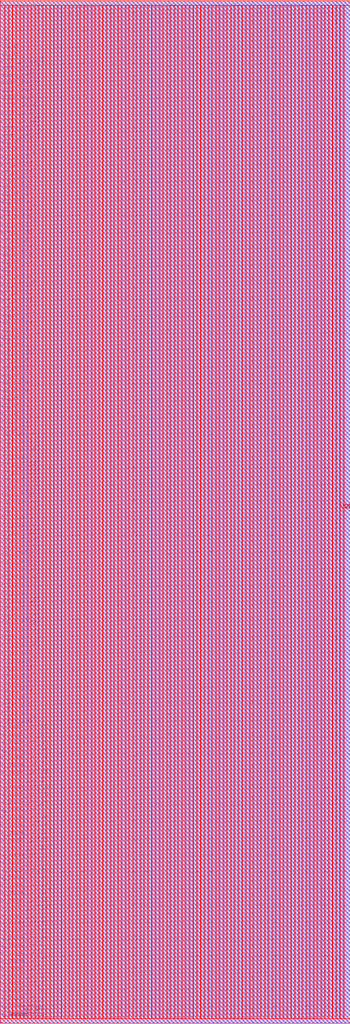
<source format=lef>
VERSION 5.7 ;
BUSBITCHARS "[]" ;
MACRO fakeram45_2048x39
  FOREIGN fakeram45_2048x39 0 0 ;
  SYMMETRY X Y R90 ;
  SIZE 104.120 BY 303.800 ;
  CLASS BLOCK ;
  PIN w_mask_in[0]
    DIRECTION INPUT ;
    USE SIGNAL ;
    SHAPE ABUTMENT ;
    PORT
      LAYER metal3 ;
      RECT 0.000 1.365 0.070 1.435 ;
    END
  END w_mask_in[0]
  PIN w_mask_in[1]
    DIRECTION INPUT ;
    USE SIGNAL ;
    SHAPE ABUTMENT ;
    PORT
      LAYER metal3 ;
      RECT 0.000 3.605 0.070 3.675 ;
    END
  END w_mask_in[1]
  PIN w_mask_in[2]
    DIRECTION INPUT ;
    USE SIGNAL ;
    SHAPE ABUTMENT ;
    PORT
      LAYER metal3 ;
      RECT 0.000 5.845 0.070 5.915 ;
    END
  END w_mask_in[2]
  PIN w_mask_in[3]
    DIRECTION INPUT ;
    USE SIGNAL ;
    SHAPE ABUTMENT ;
    PORT
      LAYER metal3 ;
      RECT 0.000 8.085 0.070 8.155 ;
    END
  END w_mask_in[3]
  PIN w_mask_in[4]
    DIRECTION INPUT ;
    USE SIGNAL ;
    SHAPE ABUTMENT ;
    PORT
      LAYER metal3 ;
      RECT 0.000 10.325 0.070 10.395 ;
    END
  END w_mask_in[4]
  PIN w_mask_in[5]
    DIRECTION INPUT ;
    USE SIGNAL ;
    SHAPE ABUTMENT ;
    PORT
      LAYER metal3 ;
      RECT 0.000 12.565 0.070 12.635 ;
    END
  END w_mask_in[5]
  PIN w_mask_in[6]
    DIRECTION INPUT ;
    USE SIGNAL ;
    SHAPE ABUTMENT ;
    PORT
      LAYER metal3 ;
      RECT 0.000 14.805 0.070 14.875 ;
    END
  END w_mask_in[6]
  PIN w_mask_in[7]
    DIRECTION INPUT ;
    USE SIGNAL ;
    SHAPE ABUTMENT ;
    PORT
      LAYER metal3 ;
      RECT 0.000 17.045 0.070 17.115 ;
    END
  END w_mask_in[7]
  PIN w_mask_in[8]
    DIRECTION INPUT ;
    USE SIGNAL ;
    SHAPE ABUTMENT ;
    PORT
      LAYER metal3 ;
      RECT 0.000 19.285 0.070 19.355 ;
    END
  END w_mask_in[8]
  PIN w_mask_in[9]
    DIRECTION INPUT ;
    USE SIGNAL ;
    SHAPE ABUTMENT ;
    PORT
      LAYER metal3 ;
      RECT 0.000 21.525 0.070 21.595 ;
    END
  END w_mask_in[9]
  PIN w_mask_in[10]
    DIRECTION INPUT ;
    USE SIGNAL ;
    SHAPE ABUTMENT ;
    PORT
      LAYER metal3 ;
      RECT 0.000 23.765 0.070 23.835 ;
    END
  END w_mask_in[10]
  PIN w_mask_in[11]
    DIRECTION INPUT ;
    USE SIGNAL ;
    SHAPE ABUTMENT ;
    PORT
      LAYER metal3 ;
      RECT 0.000 26.005 0.070 26.075 ;
    END
  END w_mask_in[11]
  PIN w_mask_in[12]
    DIRECTION INPUT ;
    USE SIGNAL ;
    SHAPE ABUTMENT ;
    PORT
      LAYER metal3 ;
      RECT 0.000 28.245 0.070 28.315 ;
    END
  END w_mask_in[12]
  PIN w_mask_in[13]
    DIRECTION INPUT ;
    USE SIGNAL ;
    SHAPE ABUTMENT ;
    PORT
      LAYER metal3 ;
      RECT 0.000 30.485 0.070 30.555 ;
    END
  END w_mask_in[13]
  PIN w_mask_in[14]
    DIRECTION INPUT ;
    USE SIGNAL ;
    SHAPE ABUTMENT ;
    PORT
      LAYER metal3 ;
      RECT 0.000 32.725 0.070 32.795 ;
    END
  END w_mask_in[14]
  PIN w_mask_in[15]
    DIRECTION INPUT ;
    USE SIGNAL ;
    SHAPE ABUTMENT ;
    PORT
      LAYER metal3 ;
      RECT 0.000 34.965 0.070 35.035 ;
    END
  END w_mask_in[15]
  PIN w_mask_in[16]
    DIRECTION INPUT ;
    USE SIGNAL ;
    SHAPE ABUTMENT ;
    PORT
      LAYER metal3 ;
      RECT 0.000 37.205 0.070 37.275 ;
    END
  END w_mask_in[16]
  PIN w_mask_in[17]
    DIRECTION INPUT ;
    USE SIGNAL ;
    SHAPE ABUTMENT ;
    PORT
      LAYER metal3 ;
      RECT 0.000 39.445 0.070 39.515 ;
    END
  END w_mask_in[17]
  PIN w_mask_in[18]
    DIRECTION INPUT ;
    USE SIGNAL ;
    SHAPE ABUTMENT ;
    PORT
      LAYER metal3 ;
      RECT 0.000 41.685 0.070 41.755 ;
    END
  END w_mask_in[18]
  PIN w_mask_in[19]
    DIRECTION INPUT ;
    USE SIGNAL ;
    SHAPE ABUTMENT ;
    PORT
      LAYER metal3 ;
      RECT 0.000 43.925 0.070 43.995 ;
    END
  END w_mask_in[19]
  PIN w_mask_in[20]
    DIRECTION INPUT ;
    USE SIGNAL ;
    SHAPE ABUTMENT ;
    PORT
      LAYER metal3 ;
      RECT 0.000 46.165 0.070 46.235 ;
    END
  END w_mask_in[20]
  PIN w_mask_in[21]
    DIRECTION INPUT ;
    USE SIGNAL ;
    SHAPE ABUTMENT ;
    PORT
      LAYER metal3 ;
      RECT 0.000 48.405 0.070 48.475 ;
    END
  END w_mask_in[21]
  PIN w_mask_in[22]
    DIRECTION INPUT ;
    USE SIGNAL ;
    SHAPE ABUTMENT ;
    PORT
      LAYER metal3 ;
      RECT 0.000 50.645 0.070 50.715 ;
    END
  END w_mask_in[22]
  PIN w_mask_in[23]
    DIRECTION INPUT ;
    USE SIGNAL ;
    SHAPE ABUTMENT ;
    PORT
      LAYER metal3 ;
      RECT 0.000 52.885 0.070 52.955 ;
    END
  END w_mask_in[23]
  PIN w_mask_in[24]
    DIRECTION INPUT ;
    USE SIGNAL ;
    SHAPE ABUTMENT ;
    PORT
      LAYER metal3 ;
      RECT 0.000 55.125 0.070 55.195 ;
    END
  END w_mask_in[24]
  PIN w_mask_in[25]
    DIRECTION INPUT ;
    USE SIGNAL ;
    SHAPE ABUTMENT ;
    PORT
      LAYER metal3 ;
      RECT 0.000 57.365 0.070 57.435 ;
    END
  END w_mask_in[25]
  PIN w_mask_in[26]
    DIRECTION INPUT ;
    USE SIGNAL ;
    SHAPE ABUTMENT ;
    PORT
      LAYER metal3 ;
      RECT 0.000 59.605 0.070 59.675 ;
    END
  END w_mask_in[26]
  PIN w_mask_in[27]
    DIRECTION INPUT ;
    USE SIGNAL ;
    SHAPE ABUTMENT ;
    PORT
      LAYER metal3 ;
      RECT 0.000 61.845 0.070 61.915 ;
    END
  END w_mask_in[27]
  PIN w_mask_in[28]
    DIRECTION INPUT ;
    USE SIGNAL ;
    SHAPE ABUTMENT ;
    PORT
      LAYER metal3 ;
      RECT 0.000 64.085 0.070 64.155 ;
    END
  END w_mask_in[28]
  PIN w_mask_in[29]
    DIRECTION INPUT ;
    USE SIGNAL ;
    SHAPE ABUTMENT ;
    PORT
      LAYER metal3 ;
      RECT 0.000 66.325 0.070 66.395 ;
    END
  END w_mask_in[29]
  PIN w_mask_in[30]
    DIRECTION INPUT ;
    USE SIGNAL ;
    SHAPE ABUTMENT ;
    PORT
      LAYER metal3 ;
      RECT 0.000 68.565 0.070 68.635 ;
    END
  END w_mask_in[30]
  PIN w_mask_in[31]
    DIRECTION INPUT ;
    USE SIGNAL ;
    SHAPE ABUTMENT ;
    PORT
      LAYER metal3 ;
      RECT 0.000 70.805 0.070 70.875 ;
    END
  END w_mask_in[31]
  PIN w_mask_in[32]
    DIRECTION INPUT ;
    USE SIGNAL ;
    SHAPE ABUTMENT ;
    PORT
      LAYER metal3 ;
      RECT 0.000 73.045 0.070 73.115 ;
    END
  END w_mask_in[32]
  PIN w_mask_in[33]
    DIRECTION INPUT ;
    USE SIGNAL ;
    SHAPE ABUTMENT ;
    PORT
      LAYER metal3 ;
      RECT 0.000 75.285 0.070 75.355 ;
    END
  END w_mask_in[33]
  PIN w_mask_in[34]
    DIRECTION INPUT ;
    USE SIGNAL ;
    SHAPE ABUTMENT ;
    PORT
      LAYER metal3 ;
      RECT 0.000 77.525 0.070 77.595 ;
    END
  END w_mask_in[34]
  PIN w_mask_in[35]
    DIRECTION INPUT ;
    USE SIGNAL ;
    SHAPE ABUTMENT ;
    PORT
      LAYER metal3 ;
      RECT 0.000 79.765 0.070 79.835 ;
    END
  END w_mask_in[35]
  PIN w_mask_in[36]
    DIRECTION INPUT ;
    USE SIGNAL ;
    SHAPE ABUTMENT ;
    PORT
      LAYER metal3 ;
      RECT 0.000 82.005 0.070 82.075 ;
    END
  END w_mask_in[36]
  PIN w_mask_in[37]
    DIRECTION INPUT ;
    USE SIGNAL ;
    SHAPE ABUTMENT ;
    PORT
      LAYER metal3 ;
      RECT 0.000 84.245 0.070 84.315 ;
    END
  END w_mask_in[37]
  PIN w_mask_in[38]
    DIRECTION INPUT ;
    USE SIGNAL ;
    SHAPE ABUTMENT ;
    PORT
      LAYER metal3 ;
      RECT 0.000 86.485 0.070 86.555 ;
    END
  END w_mask_in[38]
  PIN rd_out[0]
    DIRECTION OUTPUT ;
    USE SIGNAL ;
    SHAPE ABUTMENT ;
    PORT
      LAYER metal3 ;
      RECT 0.000 88.305 0.070 88.375 ;
    END
  END rd_out[0]
  PIN rd_out[1]
    DIRECTION OUTPUT ;
    USE SIGNAL ;
    SHAPE ABUTMENT ;
    PORT
      LAYER metal3 ;
      RECT 0.000 90.545 0.070 90.615 ;
    END
  END rd_out[1]
  PIN rd_out[2]
    DIRECTION OUTPUT ;
    USE SIGNAL ;
    SHAPE ABUTMENT ;
    PORT
      LAYER metal3 ;
      RECT 0.000 92.785 0.070 92.855 ;
    END
  END rd_out[2]
  PIN rd_out[3]
    DIRECTION OUTPUT ;
    USE SIGNAL ;
    SHAPE ABUTMENT ;
    PORT
      LAYER metal3 ;
      RECT 0.000 95.025 0.070 95.095 ;
    END
  END rd_out[3]
  PIN rd_out[4]
    DIRECTION OUTPUT ;
    USE SIGNAL ;
    SHAPE ABUTMENT ;
    PORT
      LAYER metal3 ;
      RECT 0.000 97.265 0.070 97.335 ;
    END
  END rd_out[4]
  PIN rd_out[5]
    DIRECTION OUTPUT ;
    USE SIGNAL ;
    SHAPE ABUTMENT ;
    PORT
      LAYER metal3 ;
      RECT 0.000 99.505 0.070 99.575 ;
    END
  END rd_out[5]
  PIN rd_out[6]
    DIRECTION OUTPUT ;
    USE SIGNAL ;
    SHAPE ABUTMENT ;
    PORT
      LAYER metal3 ;
      RECT 0.000 101.745 0.070 101.815 ;
    END
  END rd_out[6]
  PIN rd_out[7]
    DIRECTION OUTPUT ;
    USE SIGNAL ;
    SHAPE ABUTMENT ;
    PORT
      LAYER metal3 ;
      RECT 0.000 103.985 0.070 104.055 ;
    END
  END rd_out[7]
  PIN rd_out[8]
    DIRECTION OUTPUT ;
    USE SIGNAL ;
    SHAPE ABUTMENT ;
    PORT
      LAYER metal3 ;
      RECT 0.000 106.225 0.070 106.295 ;
    END
  END rd_out[8]
  PIN rd_out[9]
    DIRECTION OUTPUT ;
    USE SIGNAL ;
    SHAPE ABUTMENT ;
    PORT
      LAYER metal3 ;
      RECT 0.000 108.465 0.070 108.535 ;
    END
  END rd_out[9]
  PIN rd_out[10]
    DIRECTION OUTPUT ;
    USE SIGNAL ;
    SHAPE ABUTMENT ;
    PORT
      LAYER metal3 ;
      RECT 0.000 110.705 0.070 110.775 ;
    END
  END rd_out[10]
  PIN rd_out[11]
    DIRECTION OUTPUT ;
    USE SIGNAL ;
    SHAPE ABUTMENT ;
    PORT
      LAYER metal3 ;
      RECT 0.000 112.945 0.070 113.015 ;
    END
  END rd_out[11]
  PIN rd_out[12]
    DIRECTION OUTPUT ;
    USE SIGNAL ;
    SHAPE ABUTMENT ;
    PORT
      LAYER metal3 ;
      RECT 0.000 115.185 0.070 115.255 ;
    END
  END rd_out[12]
  PIN rd_out[13]
    DIRECTION OUTPUT ;
    USE SIGNAL ;
    SHAPE ABUTMENT ;
    PORT
      LAYER metal3 ;
      RECT 0.000 117.425 0.070 117.495 ;
    END
  END rd_out[13]
  PIN rd_out[14]
    DIRECTION OUTPUT ;
    USE SIGNAL ;
    SHAPE ABUTMENT ;
    PORT
      LAYER metal3 ;
      RECT 0.000 119.665 0.070 119.735 ;
    END
  END rd_out[14]
  PIN rd_out[15]
    DIRECTION OUTPUT ;
    USE SIGNAL ;
    SHAPE ABUTMENT ;
    PORT
      LAYER metal3 ;
      RECT 0.000 121.905 0.070 121.975 ;
    END
  END rd_out[15]
  PIN rd_out[16]
    DIRECTION OUTPUT ;
    USE SIGNAL ;
    SHAPE ABUTMENT ;
    PORT
      LAYER metal3 ;
      RECT 0.000 124.145 0.070 124.215 ;
    END
  END rd_out[16]
  PIN rd_out[17]
    DIRECTION OUTPUT ;
    USE SIGNAL ;
    SHAPE ABUTMENT ;
    PORT
      LAYER metal3 ;
      RECT 0.000 126.385 0.070 126.455 ;
    END
  END rd_out[17]
  PIN rd_out[18]
    DIRECTION OUTPUT ;
    USE SIGNAL ;
    SHAPE ABUTMENT ;
    PORT
      LAYER metal3 ;
      RECT 0.000 128.625 0.070 128.695 ;
    END
  END rd_out[18]
  PIN rd_out[19]
    DIRECTION OUTPUT ;
    USE SIGNAL ;
    SHAPE ABUTMENT ;
    PORT
      LAYER metal3 ;
      RECT 0.000 130.865 0.070 130.935 ;
    END
  END rd_out[19]
  PIN rd_out[20]
    DIRECTION OUTPUT ;
    USE SIGNAL ;
    SHAPE ABUTMENT ;
    PORT
      LAYER metal3 ;
      RECT 0.000 133.105 0.070 133.175 ;
    END
  END rd_out[20]
  PIN rd_out[21]
    DIRECTION OUTPUT ;
    USE SIGNAL ;
    SHAPE ABUTMENT ;
    PORT
      LAYER metal3 ;
      RECT 0.000 135.345 0.070 135.415 ;
    END
  END rd_out[21]
  PIN rd_out[22]
    DIRECTION OUTPUT ;
    USE SIGNAL ;
    SHAPE ABUTMENT ;
    PORT
      LAYER metal3 ;
      RECT 0.000 137.585 0.070 137.655 ;
    END
  END rd_out[22]
  PIN rd_out[23]
    DIRECTION OUTPUT ;
    USE SIGNAL ;
    SHAPE ABUTMENT ;
    PORT
      LAYER metal3 ;
      RECT 0.000 139.825 0.070 139.895 ;
    END
  END rd_out[23]
  PIN rd_out[24]
    DIRECTION OUTPUT ;
    USE SIGNAL ;
    SHAPE ABUTMENT ;
    PORT
      LAYER metal3 ;
      RECT 0.000 142.065 0.070 142.135 ;
    END
  END rd_out[24]
  PIN rd_out[25]
    DIRECTION OUTPUT ;
    USE SIGNAL ;
    SHAPE ABUTMENT ;
    PORT
      LAYER metal3 ;
      RECT 0.000 144.305 0.070 144.375 ;
    END
  END rd_out[25]
  PIN rd_out[26]
    DIRECTION OUTPUT ;
    USE SIGNAL ;
    SHAPE ABUTMENT ;
    PORT
      LAYER metal3 ;
      RECT 0.000 146.545 0.070 146.615 ;
    END
  END rd_out[26]
  PIN rd_out[27]
    DIRECTION OUTPUT ;
    USE SIGNAL ;
    SHAPE ABUTMENT ;
    PORT
      LAYER metal3 ;
      RECT 0.000 148.785 0.070 148.855 ;
    END
  END rd_out[27]
  PIN rd_out[28]
    DIRECTION OUTPUT ;
    USE SIGNAL ;
    SHAPE ABUTMENT ;
    PORT
      LAYER metal3 ;
      RECT 0.000 151.025 0.070 151.095 ;
    END
  END rd_out[28]
  PIN rd_out[29]
    DIRECTION OUTPUT ;
    USE SIGNAL ;
    SHAPE ABUTMENT ;
    PORT
      LAYER metal3 ;
      RECT 0.000 153.265 0.070 153.335 ;
    END
  END rd_out[29]
  PIN rd_out[30]
    DIRECTION OUTPUT ;
    USE SIGNAL ;
    SHAPE ABUTMENT ;
    PORT
      LAYER metal3 ;
      RECT 0.000 155.505 0.070 155.575 ;
    END
  END rd_out[30]
  PIN rd_out[31]
    DIRECTION OUTPUT ;
    USE SIGNAL ;
    SHAPE ABUTMENT ;
    PORT
      LAYER metal3 ;
      RECT 0.000 157.745 0.070 157.815 ;
    END
  END rd_out[31]
  PIN rd_out[32]
    DIRECTION OUTPUT ;
    USE SIGNAL ;
    SHAPE ABUTMENT ;
    PORT
      LAYER metal3 ;
      RECT 0.000 159.985 0.070 160.055 ;
    END
  END rd_out[32]
  PIN rd_out[33]
    DIRECTION OUTPUT ;
    USE SIGNAL ;
    SHAPE ABUTMENT ;
    PORT
      LAYER metal3 ;
      RECT 0.000 162.225 0.070 162.295 ;
    END
  END rd_out[33]
  PIN rd_out[34]
    DIRECTION OUTPUT ;
    USE SIGNAL ;
    SHAPE ABUTMENT ;
    PORT
      LAYER metal3 ;
      RECT 0.000 164.465 0.070 164.535 ;
    END
  END rd_out[34]
  PIN rd_out[35]
    DIRECTION OUTPUT ;
    USE SIGNAL ;
    SHAPE ABUTMENT ;
    PORT
      LAYER metal3 ;
      RECT 0.000 166.705 0.070 166.775 ;
    END
  END rd_out[35]
  PIN rd_out[36]
    DIRECTION OUTPUT ;
    USE SIGNAL ;
    SHAPE ABUTMENT ;
    PORT
      LAYER metal3 ;
      RECT 0.000 168.945 0.070 169.015 ;
    END
  END rd_out[36]
  PIN rd_out[37]
    DIRECTION OUTPUT ;
    USE SIGNAL ;
    SHAPE ABUTMENT ;
    PORT
      LAYER metal3 ;
      RECT 0.000 171.185 0.070 171.255 ;
    END
  END rd_out[37]
  PIN rd_out[38]
    DIRECTION OUTPUT ;
    USE SIGNAL ;
    SHAPE ABUTMENT ;
    PORT
      LAYER metal3 ;
      RECT 0.000 173.425 0.070 173.495 ;
    END
  END rd_out[38]
  PIN wd_in[0]
    DIRECTION INPUT ;
    USE SIGNAL ;
    SHAPE ABUTMENT ;
    PORT
      LAYER metal3 ;
      RECT 0.000 175.245 0.070 175.315 ;
    END
  END wd_in[0]
  PIN wd_in[1]
    DIRECTION INPUT ;
    USE SIGNAL ;
    SHAPE ABUTMENT ;
    PORT
      LAYER metal3 ;
      RECT 0.000 177.485 0.070 177.555 ;
    END
  END wd_in[1]
  PIN wd_in[2]
    DIRECTION INPUT ;
    USE SIGNAL ;
    SHAPE ABUTMENT ;
    PORT
      LAYER metal3 ;
      RECT 0.000 179.725 0.070 179.795 ;
    END
  END wd_in[2]
  PIN wd_in[3]
    DIRECTION INPUT ;
    USE SIGNAL ;
    SHAPE ABUTMENT ;
    PORT
      LAYER metal3 ;
      RECT 0.000 181.965 0.070 182.035 ;
    END
  END wd_in[3]
  PIN wd_in[4]
    DIRECTION INPUT ;
    USE SIGNAL ;
    SHAPE ABUTMENT ;
    PORT
      LAYER metal3 ;
      RECT 0.000 184.205 0.070 184.275 ;
    END
  END wd_in[4]
  PIN wd_in[5]
    DIRECTION INPUT ;
    USE SIGNAL ;
    SHAPE ABUTMENT ;
    PORT
      LAYER metal3 ;
      RECT 0.000 186.445 0.070 186.515 ;
    END
  END wd_in[5]
  PIN wd_in[6]
    DIRECTION INPUT ;
    USE SIGNAL ;
    SHAPE ABUTMENT ;
    PORT
      LAYER metal3 ;
      RECT 0.000 188.685 0.070 188.755 ;
    END
  END wd_in[6]
  PIN wd_in[7]
    DIRECTION INPUT ;
    USE SIGNAL ;
    SHAPE ABUTMENT ;
    PORT
      LAYER metal3 ;
      RECT 0.000 190.925 0.070 190.995 ;
    END
  END wd_in[7]
  PIN wd_in[8]
    DIRECTION INPUT ;
    USE SIGNAL ;
    SHAPE ABUTMENT ;
    PORT
      LAYER metal3 ;
      RECT 0.000 193.165 0.070 193.235 ;
    END
  END wd_in[8]
  PIN wd_in[9]
    DIRECTION INPUT ;
    USE SIGNAL ;
    SHAPE ABUTMENT ;
    PORT
      LAYER metal3 ;
      RECT 0.000 195.405 0.070 195.475 ;
    END
  END wd_in[9]
  PIN wd_in[10]
    DIRECTION INPUT ;
    USE SIGNAL ;
    SHAPE ABUTMENT ;
    PORT
      LAYER metal3 ;
      RECT 0.000 197.645 0.070 197.715 ;
    END
  END wd_in[10]
  PIN wd_in[11]
    DIRECTION INPUT ;
    USE SIGNAL ;
    SHAPE ABUTMENT ;
    PORT
      LAYER metal3 ;
      RECT 0.000 199.885 0.070 199.955 ;
    END
  END wd_in[11]
  PIN wd_in[12]
    DIRECTION INPUT ;
    USE SIGNAL ;
    SHAPE ABUTMENT ;
    PORT
      LAYER metal3 ;
      RECT 0.000 202.125 0.070 202.195 ;
    END
  END wd_in[12]
  PIN wd_in[13]
    DIRECTION INPUT ;
    USE SIGNAL ;
    SHAPE ABUTMENT ;
    PORT
      LAYER metal3 ;
      RECT 0.000 204.365 0.070 204.435 ;
    END
  END wd_in[13]
  PIN wd_in[14]
    DIRECTION INPUT ;
    USE SIGNAL ;
    SHAPE ABUTMENT ;
    PORT
      LAYER metal3 ;
      RECT 0.000 206.605 0.070 206.675 ;
    END
  END wd_in[14]
  PIN wd_in[15]
    DIRECTION INPUT ;
    USE SIGNAL ;
    SHAPE ABUTMENT ;
    PORT
      LAYER metal3 ;
      RECT 0.000 208.845 0.070 208.915 ;
    END
  END wd_in[15]
  PIN wd_in[16]
    DIRECTION INPUT ;
    USE SIGNAL ;
    SHAPE ABUTMENT ;
    PORT
      LAYER metal3 ;
      RECT 0.000 211.085 0.070 211.155 ;
    END
  END wd_in[16]
  PIN wd_in[17]
    DIRECTION INPUT ;
    USE SIGNAL ;
    SHAPE ABUTMENT ;
    PORT
      LAYER metal3 ;
      RECT 0.000 213.325 0.070 213.395 ;
    END
  END wd_in[17]
  PIN wd_in[18]
    DIRECTION INPUT ;
    USE SIGNAL ;
    SHAPE ABUTMENT ;
    PORT
      LAYER metal3 ;
      RECT 0.000 215.565 0.070 215.635 ;
    END
  END wd_in[18]
  PIN wd_in[19]
    DIRECTION INPUT ;
    USE SIGNAL ;
    SHAPE ABUTMENT ;
    PORT
      LAYER metal3 ;
      RECT 0.000 217.805 0.070 217.875 ;
    END
  END wd_in[19]
  PIN wd_in[20]
    DIRECTION INPUT ;
    USE SIGNAL ;
    SHAPE ABUTMENT ;
    PORT
      LAYER metal3 ;
      RECT 0.000 220.045 0.070 220.115 ;
    END
  END wd_in[20]
  PIN wd_in[21]
    DIRECTION INPUT ;
    USE SIGNAL ;
    SHAPE ABUTMENT ;
    PORT
      LAYER metal3 ;
      RECT 0.000 222.285 0.070 222.355 ;
    END
  END wd_in[21]
  PIN wd_in[22]
    DIRECTION INPUT ;
    USE SIGNAL ;
    SHAPE ABUTMENT ;
    PORT
      LAYER metal3 ;
      RECT 0.000 224.525 0.070 224.595 ;
    END
  END wd_in[22]
  PIN wd_in[23]
    DIRECTION INPUT ;
    USE SIGNAL ;
    SHAPE ABUTMENT ;
    PORT
      LAYER metal3 ;
      RECT 0.000 226.765 0.070 226.835 ;
    END
  END wd_in[23]
  PIN wd_in[24]
    DIRECTION INPUT ;
    USE SIGNAL ;
    SHAPE ABUTMENT ;
    PORT
      LAYER metal3 ;
      RECT 0.000 229.005 0.070 229.075 ;
    END
  END wd_in[24]
  PIN wd_in[25]
    DIRECTION INPUT ;
    USE SIGNAL ;
    SHAPE ABUTMENT ;
    PORT
      LAYER metal3 ;
      RECT 0.000 231.245 0.070 231.315 ;
    END
  END wd_in[25]
  PIN wd_in[26]
    DIRECTION INPUT ;
    USE SIGNAL ;
    SHAPE ABUTMENT ;
    PORT
      LAYER metal3 ;
      RECT 0.000 233.485 0.070 233.555 ;
    END
  END wd_in[26]
  PIN wd_in[27]
    DIRECTION INPUT ;
    USE SIGNAL ;
    SHAPE ABUTMENT ;
    PORT
      LAYER metal3 ;
      RECT 0.000 235.725 0.070 235.795 ;
    END
  END wd_in[27]
  PIN wd_in[28]
    DIRECTION INPUT ;
    USE SIGNAL ;
    SHAPE ABUTMENT ;
    PORT
      LAYER metal3 ;
      RECT 0.000 237.965 0.070 238.035 ;
    END
  END wd_in[28]
  PIN wd_in[29]
    DIRECTION INPUT ;
    USE SIGNAL ;
    SHAPE ABUTMENT ;
    PORT
      LAYER metal3 ;
      RECT 0.000 240.205 0.070 240.275 ;
    END
  END wd_in[29]
  PIN wd_in[30]
    DIRECTION INPUT ;
    USE SIGNAL ;
    SHAPE ABUTMENT ;
    PORT
      LAYER metal3 ;
      RECT 0.000 242.445 0.070 242.515 ;
    END
  END wd_in[30]
  PIN wd_in[31]
    DIRECTION INPUT ;
    USE SIGNAL ;
    SHAPE ABUTMENT ;
    PORT
      LAYER metal3 ;
      RECT 0.000 244.685 0.070 244.755 ;
    END
  END wd_in[31]
  PIN wd_in[32]
    DIRECTION INPUT ;
    USE SIGNAL ;
    SHAPE ABUTMENT ;
    PORT
      LAYER metal3 ;
      RECT 0.000 246.925 0.070 246.995 ;
    END
  END wd_in[32]
  PIN wd_in[33]
    DIRECTION INPUT ;
    USE SIGNAL ;
    SHAPE ABUTMENT ;
    PORT
      LAYER metal3 ;
      RECT 0.000 249.165 0.070 249.235 ;
    END
  END wd_in[33]
  PIN wd_in[34]
    DIRECTION INPUT ;
    USE SIGNAL ;
    SHAPE ABUTMENT ;
    PORT
      LAYER metal3 ;
      RECT 0.000 251.405 0.070 251.475 ;
    END
  END wd_in[34]
  PIN wd_in[35]
    DIRECTION INPUT ;
    USE SIGNAL ;
    SHAPE ABUTMENT ;
    PORT
      LAYER metal3 ;
      RECT 0.000 253.645 0.070 253.715 ;
    END
  END wd_in[35]
  PIN wd_in[36]
    DIRECTION INPUT ;
    USE SIGNAL ;
    SHAPE ABUTMENT ;
    PORT
      LAYER metal3 ;
      RECT 0.000 255.885 0.070 255.955 ;
    END
  END wd_in[36]
  PIN wd_in[37]
    DIRECTION INPUT ;
    USE SIGNAL ;
    SHAPE ABUTMENT ;
    PORT
      LAYER metal3 ;
      RECT 0.000 258.125 0.070 258.195 ;
    END
  END wd_in[37]
  PIN wd_in[38]
    DIRECTION INPUT ;
    USE SIGNAL ;
    SHAPE ABUTMENT ;
    PORT
      LAYER metal3 ;
      RECT 0.000 260.365 0.070 260.435 ;
    END
  END wd_in[38]
  PIN addr_in[0]
    DIRECTION INPUT ;
    USE SIGNAL ;
    SHAPE ABUTMENT ;
    PORT
      LAYER metal3 ;
      RECT 0.000 262.185 0.070 262.255 ;
    END
  END addr_in[0]
  PIN addr_in[1]
    DIRECTION INPUT ;
    USE SIGNAL ;
    SHAPE ABUTMENT ;
    PORT
      LAYER metal3 ;
      RECT 0.000 264.425 0.070 264.495 ;
    END
  END addr_in[1]
  PIN addr_in[2]
    DIRECTION INPUT ;
    USE SIGNAL ;
    SHAPE ABUTMENT ;
    PORT
      LAYER metal3 ;
      RECT 0.000 266.665 0.070 266.735 ;
    END
  END addr_in[2]
  PIN addr_in[3]
    DIRECTION INPUT ;
    USE SIGNAL ;
    SHAPE ABUTMENT ;
    PORT
      LAYER metal3 ;
      RECT 0.000 268.905 0.070 268.975 ;
    END
  END addr_in[3]
  PIN addr_in[4]
    DIRECTION INPUT ;
    USE SIGNAL ;
    SHAPE ABUTMENT ;
    PORT
      LAYER metal3 ;
      RECT 0.000 271.145 0.070 271.215 ;
    END
  END addr_in[4]
  PIN addr_in[5]
    DIRECTION INPUT ;
    USE SIGNAL ;
    SHAPE ABUTMENT ;
    PORT
      LAYER metal3 ;
      RECT 0.000 273.385 0.070 273.455 ;
    END
  END addr_in[5]
  PIN addr_in[6]
    DIRECTION INPUT ;
    USE SIGNAL ;
    SHAPE ABUTMENT ;
    PORT
      LAYER metal3 ;
      RECT 0.000 275.625 0.070 275.695 ;
    END
  END addr_in[6]
  PIN addr_in[7]
    DIRECTION INPUT ;
    USE SIGNAL ;
    SHAPE ABUTMENT ;
    PORT
      LAYER metal3 ;
      RECT 0.000 277.865 0.070 277.935 ;
    END
  END addr_in[7]
  PIN addr_in[8]
    DIRECTION INPUT ;
    USE SIGNAL ;
    SHAPE ABUTMENT ;
    PORT
      LAYER metal3 ;
      RECT 0.000 280.105 0.070 280.175 ;
    END
  END addr_in[8]
  PIN addr_in[9]
    DIRECTION INPUT ;
    USE SIGNAL ;
    SHAPE ABUTMENT ;
    PORT
      LAYER metal3 ;
      RECT 0.000 282.345 0.070 282.415 ;
    END
  END addr_in[9]
  PIN addr_in[10]
    DIRECTION INPUT ;
    USE SIGNAL ;
    SHAPE ABUTMENT ;
    PORT
      LAYER metal3 ;
      RECT 0.000 284.585 0.070 284.655 ;
    END
  END addr_in[10]
  PIN we_in
    DIRECTION INPUT ;
    USE SIGNAL ;
    SHAPE ABUTMENT ;
    PORT
      LAYER metal3 ;
      RECT 0.000 286.405 0.070 286.475 ;
    END
  END we_in
  PIN ce_in
    DIRECTION INPUT ;
    USE SIGNAL ;
    SHAPE ABUTMENT ;
    PORT
      LAYER metal3 ;
      RECT 0.000 288.645 0.070 288.715 ;
    END
  END ce_in
  PIN clk
    DIRECTION INPUT ;
    USE SIGNAL ;
    SHAPE ABUTMENT ;
    PORT
      LAYER metal3 ;
      RECT 0.000 290.885 0.070 290.955 ;
    END
  END clk
  PIN VSS
    DIRECTION INOUT ;
    USE GROUND ;
    PORT
      LAYER metal4 ;
      RECT 1.260 1.400 1.540 302.400 ;
      RECT 3.500 1.400 3.780 302.400 ;
      RECT 5.740 1.400 6.020 302.400 ;
      RECT 7.980 1.400 8.260 302.400 ;
      RECT 10.220 1.400 10.500 302.400 ;
      RECT 12.460 1.400 12.740 302.400 ;
      RECT 14.700 1.400 14.980 302.400 ;
      RECT 16.940 1.400 17.220 302.400 ;
      RECT 19.180 1.400 19.460 302.400 ;
      RECT 21.420 1.400 21.700 302.400 ;
      RECT 23.660 1.400 23.940 302.400 ;
      RECT 25.900 1.400 26.180 302.400 ;
      RECT 28.140 1.400 28.420 302.400 ;
      RECT 30.380 1.400 30.660 302.400 ;
      RECT 32.620 1.400 32.900 302.400 ;
      RECT 34.860 1.400 35.140 302.400 ;
      RECT 37.100 1.400 37.380 302.400 ;
      RECT 39.340 1.400 39.620 302.400 ;
      RECT 41.580 1.400 41.860 302.400 ;
      RECT 43.820 1.400 44.100 302.400 ;
      RECT 46.060 1.400 46.340 302.400 ;
      RECT 48.300 1.400 48.580 302.400 ;
      RECT 50.540 1.400 50.820 302.400 ;
      RECT 52.780 1.400 53.060 302.400 ;
      RECT 55.020 1.400 55.300 302.400 ;
      RECT 57.260 1.400 57.540 302.400 ;
      RECT 59.500 1.400 59.780 302.400 ;
      RECT 61.740 1.400 62.020 302.400 ;
      RECT 63.980 1.400 64.260 302.400 ;
      RECT 66.220 1.400 66.500 302.400 ;
      RECT 68.460 1.400 68.740 302.400 ;
      RECT 70.700 1.400 70.980 302.400 ;
      RECT 72.940 1.400 73.220 302.400 ;
      RECT 75.180 1.400 75.460 302.400 ;
      RECT 77.420 1.400 77.700 302.400 ;
      RECT 79.660 1.400 79.940 302.400 ;
      RECT 81.900 1.400 82.180 302.400 ;
      RECT 84.140 1.400 84.420 302.400 ;
      RECT 86.380 1.400 86.660 302.400 ;
      RECT 88.620 1.400 88.900 302.400 ;
      RECT 90.860 1.400 91.140 302.400 ;
      RECT 93.100 1.400 93.380 302.400 ;
      RECT 95.340 1.400 95.620 302.400 ;
      RECT 97.580 1.400 97.860 302.400 ;
      RECT 99.820 1.400 100.100 302.400 ;
      RECT 102.060 1.400 102.340 302.400 ;
    END
  END VSS
  PIN VDD
    DIRECTION INOUT ;
    USE POWER ;
    PORT
      LAYER metal4 ;
      RECT 2.380 1.400 2.660 302.400 ;
      RECT 4.620 1.400 4.900 302.400 ;
      RECT 6.860 1.400 7.140 302.400 ;
      RECT 9.100 1.400 9.380 302.400 ;
      RECT 11.340 1.400 11.620 302.400 ;
      RECT 13.580 1.400 13.860 302.400 ;
      RECT 15.820 1.400 16.100 302.400 ;
      RECT 18.060 1.400 18.340 302.400 ;
      RECT 20.300 1.400 20.580 302.400 ;
      RECT 22.540 1.400 22.820 302.400 ;
      RECT 24.780 1.400 25.060 302.400 ;
      RECT 27.020 1.400 27.300 302.400 ;
      RECT 29.260 1.400 29.540 302.400 ;
      RECT 31.500 1.400 31.780 302.400 ;
      RECT 33.740 1.400 34.020 302.400 ;
      RECT 35.980 1.400 36.260 302.400 ;
      RECT 38.220 1.400 38.500 302.400 ;
      RECT 40.460 1.400 40.740 302.400 ;
      RECT 42.700 1.400 42.980 302.400 ;
      RECT 44.940 1.400 45.220 302.400 ;
      RECT 47.180 1.400 47.460 302.400 ;
      RECT 49.420 1.400 49.700 302.400 ;
      RECT 51.660 1.400 51.940 302.400 ;
      RECT 53.900 1.400 54.180 302.400 ;
      RECT 56.140 1.400 56.420 302.400 ;
      RECT 58.380 1.400 58.660 302.400 ;
      RECT 60.620 1.400 60.900 302.400 ;
      RECT 62.860 1.400 63.140 302.400 ;
      RECT 65.100 1.400 65.380 302.400 ;
      RECT 67.340 1.400 67.620 302.400 ;
      RECT 69.580 1.400 69.860 302.400 ;
      RECT 71.820 1.400 72.100 302.400 ;
      RECT 74.060 1.400 74.340 302.400 ;
      RECT 76.300 1.400 76.580 302.400 ;
      RECT 78.540 1.400 78.820 302.400 ;
      RECT 80.780 1.400 81.060 302.400 ;
      RECT 83.020 1.400 83.300 302.400 ;
      RECT 85.260 1.400 85.540 302.400 ;
      RECT 87.500 1.400 87.780 302.400 ;
      RECT 89.740 1.400 90.020 302.400 ;
      RECT 91.980 1.400 92.260 302.400 ;
      RECT 94.220 1.400 94.500 302.400 ;
      RECT 96.460 1.400 96.740 302.400 ;
      RECT 98.700 1.400 98.980 302.400 ;
      RECT 100.940 1.400 101.220 302.400 ;
    END
  END VDD
  OBS
    LAYER metal1 ;
    RECT 0 0 104.120 303.800 ;
    LAYER metal2 ;
    RECT 0 0 104.120 303.800 ;
    LAYER metal3 ;
    RECT 0.070 0 104.120 303.800 ;
    RECT 0 0.000 0.070 1.365 ;
    RECT 0 1.435 0.070 3.605 ;
    RECT 0 3.675 0.070 5.845 ;
    RECT 0 5.915 0.070 8.085 ;
    RECT 0 8.155 0.070 10.325 ;
    RECT 0 10.395 0.070 12.565 ;
    RECT 0 12.635 0.070 14.805 ;
    RECT 0 14.875 0.070 17.045 ;
    RECT 0 17.115 0.070 19.285 ;
    RECT 0 19.355 0.070 21.525 ;
    RECT 0 21.595 0.070 23.765 ;
    RECT 0 23.835 0.070 26.005 ;
    RECT 0 26.075 0.070 28.245 ;
    RECT 0 28.315 0.070 30.485 ;
    RECT 0 30.555 0.070 32.725 ;
    RECT 0 32.795 0.070 34.965 ;
    RECT 0 35.035 0.070 37.205 ;
    RECT 0 37.275 0.070 39.445 ;
    RECT 0 39.515 0.070 41.685 ;
    RECT 0 41.755 0.070 43.925 ;
    RECT 0 43.995 0.070 46.165 ;
    RECT 0 46.235 0.070 48.405 ;
    RECT 0 48.475 0.070 50.645 ;
    RECT 0 50.715 0.070 52.885 ;
    RECT 0 52.955 0.070 55.125 ;
    RECT 0 55.195 0.070 57.365 ;
    RECT 0 57.435 0.070 59.605 ;
    RECT 0 59.675 0.070 61.845 ;
    RECT 0 61.915 0.070 64.085 ;
    RECT 0 64.155 0.070 66.325 ;
    RECT 0 66.395 0.070 68.565 ;
    RECT 0 68.635 0.070 70.805 ;
    RECT 0 70.875 0.070 73.045 ;
    RECT 0 73.115 0.070 75.285 ;
    RECT 0 75.355 0.070 77.525 ;
    RECT 0 77.595 0.070 79.765 ;
    RECT 0 79.835 0.070 82.005 ;
    RECT 0 82.075 0.070 84.245 ;
    RECT 0 84.315 0.070 86.485 ;
    RECT 0 86.555 0.070 88.305 ;
    RECT 0 88.375 0.070 90.545 ;
    RECT 0 90.615 0.070 92.785 ;
    RECT 0 92.855 0.070 95.025 ;
    RECT 0 95.095 0.070 97.265 ;
    RECT 0 97.335 0.070 99.505 ;
    RECT 0 99.575 0.070 101.745 ;
    RECT 0 101.815 0.070 103.985 ;
    RECT 0 104.055 0.070 106.225 ;
    RECT 0 106.295 0.070 108.465 ;
    RECT 0 108.535 0.070 110.705 ;
    RECT 0 110.775 0.070 112.945 ;
    RECT 0 113.015 0.070 115.185 ;
    RECT 0 115.255 0.070 117.425 ;
    RECT 0 117.495 0.070 119.665 ;
    RECT 0 119.735 0.070 121.905 ;
    RECT 0 121.975 0.070 124.145 ;
    RECT 0 124.215 0.070 126.385 ;
    RECT 0 126.455 0.070 128.625 ;
    RECT 0 128.695 0.070 130.865 ;
    RECT 0 130.935 0.070 133.105 ;
    RECT 0 133.175 0.070 135.345 ;
    RECT 0 135.415 0.070 137.585 ;
    RECT 0 137.655 0.070 139.825 ;
    RECT 0 139.895 0.070 142.065 ;
    RECT 0 142.135 0.070 144.305 ;
    RECT 0 144.375 0.070 146.545 ;
    RECT 0 146.615 0.070 148.785 ;
    RECT 0 148.855 0.070 151.025 ;
    RECT 0 151.095 0.070 153.265 ;
    RECT 0 153.335 0.070 155.505 ;
    RECT 0 155.575 0.070 157.745 ;
    RECT 0 157.815 0.070 159.985 ;
    RECT 0 160.055 0.070 162.225 ;
    RECT 0 162.295 0.070 164.465 ;
    RECT 0 164.535 0.070 166.705 ;
    RECT 0 166.775 0.070 168.945 ;
    RECT 0 169.015 0.070 171.185 ;
    RECT 0 171.255 0.070 173.425 ;
    RECT 0 173.495 0.070 175.245 ;
    RECT 0 175.315 0.070 177.485 ;
    RECT 0 177.555 0.070 179.725 ;
    RECT 0 179.795 0.070 181.965 ;
    RECT 0 182.035 0.070 184.205 ;
    RECT 0 184.275 0.070 186.445 ;
    RECT 0 186.515 0.070 188.685 ;
    RECT 0 188.755 0.070 190.925 ;
    RECT 0 190.995 0.070 193.165 ;
    RECT 0 193.235 0.070 195.405 ;
    RECT 0 195.475 0.070 197.645 ;
    RECT 0 197.715 0.070 199.885 ;
    RECT 0 199.955 0.070 202.125 ;
    RECT 0 202.195 0.070 204.365 ;
    RECT 0 204.435 0.070 206.605 ;
    RECT 0 206.675 0.070 208.845 ;
    RECT 0 208.915 0.070 211.085 ;
    RECT 0 211.155 0.070 213.325 ;
    RECT 0 213.395 0.070 215.565 ;
    RECT 0 215.635 0.070 217.805 ;
    RECT 0 217.875 0.070 220.045 ;
    RECT 0 220.115 0.070 222.285 ;
    RECT 0 222.355 0.070 224.525 ;
    RECT 0 224.595 0.070 226.765 ;
    RECT 0 226.835 0.070 229.005 ;
    RECT 0 229.075 0.070 231.245 ;
    RECT 0 231.315 0.070 233.485 ;
    RECT 0 233.555 0.070 235.725 ;
    RECT 0 235.795 0.070 237.965 ;
    RECT 0 238.035 0.070 240.205 ;
    RECT 0 240.275 0.070 242.445 ;
    RECT 0 242.515 0.070 244.685 ;
    RECT 0 244.755 0.070 246.925 ;
    RECT 0 246.995 0.070 249.165 ;
    RECT 0 249.235 0.070 251.405 ;
    RECT 0 251.475 0.070 253.645 ;
    RECT 0 253.715 0.070 255.885 ;
    RECT 0 255.955 0.070 258.125 ;
    RECT 0 258.195 0.070 260.365 ;
    RECT 0 260.435 0.070 262.185 ;
    RECT 0 262.255 0.070 264.425 ;
    RECT 0 264.495 0.070 266.665 ;
    RECT 0 266.735 0.070 268.905 ;
    RECT 0 268.975 0.070 271.145 ;
    RECT 0 271.215 0.070 273.385 ;
    RECT 0 273.455 0.070 275.625 ;
    RECT 0 275.695 0.070 277.865 ;
    RECT 0 277.935 0.070 280.105 ;
    RECT 0 280.175 0.070 282.345 ;
    RECT 0 282.415 0.070 284.585 ;
    RECT 0 284.655 0.070 286.405 ;
    RECT 0 286.475 0.070 288.645 ;
    RECT 0 288.715 0.070 290.885 ;
    RECT 0 290.955 0.070 303.800 ;
    LAYER metal4 ;
    RECT 0 0 104.120 1.400 ;
    RECT 0 302.400 104.120 303.800 ;
    RECT 0.000 1.400 1.260 302.400 ;
    RECT 1.540 1.400 2.380 302.400 ;
    RECT 2.660 1.400 3.500 302.400 ;
    RECT 3.780 1.400 4.620 302.400 ;
    RECT 4.900 1.400 5.740 302.400 ;
    RECT 6.020 1.400 6.860 302.400 ;
    RECT 7.140 1.400 7.980 302.400 ;
    RECT 8.260 1.400 9.100 302.400 ;
    RECT 9.380 1.400 10.220 302.400 ;
    RECT 10.500 1.400 11.340 302.400 ;
    RECT 11.620 1.400 12.460 302.400 ;
    RECT 12.740 1.400 13.580 302.400 ;
    RECT 13.860 1.400 14.700 302.400 ;
    RECT 14.980 1.400 15.820 302.400 ;
    RECT 16.100 1.400 16.940 302.400 ;
    RECT 17.220 1.400 18.060 302.400 ;
    RECT 18.340 1.400 19.180 302.400 ;
    RECT 19.460 1.400 20.300 302.400 ;
    RECT 20.580 1.400 21.420 302.400 ;
    RECT 21.700 1.400 22.540 302.400 ;
    RECT 22.820 1.400 23.660 302.400 ;
    RECT 23.940 1.400 24.780 302.400 ;
    RECT 25.060 1.400 25.900 302.400 ;
    RECT 26.180 1.400 27.020 302.400 ;
    RECT 27.300 1.400 28.140 302.400 ;
    RECT 28.420 1.400 29.260 302.400 ;
    RECT 29.540 1.400 30.380 302.400 ;
    RECT 30.660 1.400 31.500 302.400 ;
    RECT 31.780 1.400 32.620 302.400 ;
    RECT 32.900 1.400 33.740 302.400 ;
    RECT 34.020 1.400 34.860 302.400 ;
    RECT 35.140 1.400 35.980 302.400 ;
    RECT 36.260 1.400 37.100 302.400 ;
    RECT 37.380 1.400 38.220 302.400 ;
    RECT 38.500 1.400 39.340 302.400 ;
    RECT 39.620 1.400 40.460 302.400 ;
    RECT 40.740 1.400 41.580 302.400 ;
    RECT 41.860 1.400 42.700 302.400 ;
    RECT 42.980 1.400 43.820 302.400 ;
    RECT 44.100 1.400 44.940 302.400 ;
    RECT 45.220 1.400 46.060 302.400 ;
    RECT 46.340 1.400 47.180 302.400 ;
    RECT 47.460 1.400 48.300 302.400 ;
    RECT 48.580 1.400 49.420 302.400 ;
    RECT 49.700 1.400 50.540 302.400 ;
    RECT 50.820 1.400 51.660 302.400 ;
    RECT 51.940 1.400 52.780 302.400 ;
    RECT 53.060 1.400 53.900 302.400 ;
    RECT 54.180 1.400 55.020 302.400 ;
    RECT 55.300 1.400 56.140 302.400 ;
    RECT 56.420 1.400 57.260 302.400 ;
    RECT 57.540 1.400 58.380 302.400 ;
    RECT 58.660 1.400 59.500 302.400 ;
    RECT 59.780 1.400 60.620 302.400 ;
    RECT 60.900 1.400 61.740 302.400 ;
    RECT 62.020 1.400 62.860 302.400 ;
    RECT 63.140 1.400 63.980 302.400 ;
    RECT 64.260 1.400 65.100 302.400 ;
    RECT 65.380 1.400 66.220 302.400 ;
    RECT 66.500 1.400 67.340 302.400 ;
    RECT 67.620 1.400 68.460 302.400 ;
    RECT 68.740 1.400 69.580 302.400 ;
    RECT 69.860 1.400 70.700 302.400 ;
    RECT 70.980 1.400 71.820 302.400 ;
    RECT 72.100 1.400 72.940 302.400 ;
    RECT 73.220 1.400 74.060 302.400 ;
    RECT 74.340 1.400 75.180 302.400 ;
    RECT 75.460 1.400 76.300 302.400 ;
    RECT 76.580 1.400 77.420 302.400 ;
    RECT 77.700 1.400 78.540 302.400 ;
    RECT 78.820 1.400 79.660 302.400 ;
    RECT 79.940 1.400 80.780 302.400 ;
    RECT 81.060 1.400 81.900 302.400 ;
    RECT 82.180 1.400 83.020 302.400 ;
    RECT 83.300 1.400 84.140 302.400 ;
    RECT 84.420 1.400 85.260 302.400 ;
    RECT 85.540 1.400 86.380 302.400 ;
    RECT 86.660 1.400 87.500 302.400 ;
    RECT 87.780 1.400 88.620 302.400 ;
    RECT 88.900 1.400 89.740 302.400 ;
    RECT 90.020 1.400 90.860 302.400 ;
    RECT 91.140 1.400 91.980 302.400 ;
    RECT 92.260 1.400 93.100 302.400 ;
    RECT 93.380 1.400 94.220 302.400 ;
    RECT 94.500 1.400 95.340 302.400 ;
    RECT 95.620 1.400 96.460 302.400 ;
    RECT 96.740 1.400 97.580 302.400 ;
    RECT 97.860 1.400 98.700 302.400 ;
    RECT 98.980 1.400 99.820 302.400 ;
    RECT 100.100 1.400 100.940 302.400 ;
    RECT 101.220 1.400 102.060 302.400 ;
    RECT 102.340 1.400 104.120 302.400 ;
    LAYER OVERLAP ;
    RECT 0 0 104.120 303.800 ;
  END
END fakeram45_2048x39

MACRO fakeram45_256x34
  FOREIGN fakeram45_256x34 0 0 ;
  SYMMETRY X Y R90 ;
  SIZE 37.810 BY 110.600 ;
  CLASS BLOCK ;
  PIN w_mask_in[0]
    DIRECTION INPUT ;
    USE SIGNAL ;
    SHAPE ABUTMENT ;
    PORT
      LAYER metal3 ;
      RECT 0.000 1.365 0.070 1.435 ;
    END
  END w_mask_in[0]
  PIN w_mask_in[1]
    DIRECTION INPUT ;
    USE SIGNAL ;
    SHAPE ABUTMENT ;
    PORT
      LAYER metal3 ;
      RECT 0.000 2.205 0.070 2.275 ;
    END
  END w_mask_in[1]
  PIN w_mask_in[2]
    DIRECTION INPUT ;
    USE SIGNAL ;
    SHAPE ABUTMENT ;
    PORT
      LAYER metal3 ;
      RECT 0.000 3.045 0.070 3.115 ;
    END
  END w_mask_in[2]
  PIN w_mask_in[3]
    DIRECTION INPUT ;
    USE SIGNAL ;
    SHAPE ABUTMENT ;
    PORT
      LAYER metal3 ;
      RECT 0.000 3.885 0.070 3.955 ;
    END
  END w_mask_in[3]
  PIN w_mask_in[4]
    DIRECTION INPUT ;
    USE SIGNAL ;
    SHAPE ABUTMENT ;
    PORT
      LAYER metal3 ;
      RECT 0.000 4.725 0.070 4.795 ;
    END
  END w_mask_in[4]
  PIN w_mask_in[5]
    DIRECTION INPUT ;
    USE SIGNAL ;
    SHAPE ABUTMENT ;
    PORT
      LAYER metal3 ;
      RECT 0.000 5.565 0.070 5.635 ;
    END
  END w_mask_in[5]
  PIN w_mask_in[6]
    DIRECTION INPUT ;
    USE SIGNAL ;
    SHAPE ABUTMENT ;
    PORT
      LAYER metal3 ;
      RECT 0.000 6.405 0.070 6.475 ;
    END
  END w_mask_in[6]
  PIN w_mask_in[7]
    DIRECTION INPUT ;
    USE SIGNAL ;
    SHAPE ABUTMENT ;
    PORT
      LAYER metal3 ;
      RECT 0.000 7.245 0.070 7.315 ;
    END
  END w_mask_in[7]
  PIN w_mask_in[8]
    DIRECTION INPUT ;
    USE SIGNAL ;
    SHAPE ABUTMENT ;
    PORT
      LAYER metal3 ;
      RECT 0.000 8.085 0.070 8.155 ;
    END
  END w_mask_in[8]
  PIN w_mask_in[9]
    DIRECTION INPUT ;
    USE SIGNAL ;
    SHAPE ABUTMENT ;
    PORT
      LAYER metal3 ;
      RECT 0.000 8.925 0.070 8.995 ;
    END
  END w_mask_in[9]
  PIN w_mask_in[10]
    DIRECTION INPUT ;
    USE SIGNAL ;
    SHAPE ABUTMENT ;
    PORT
      LAYER metal3 ;
      RECT 0.000 9.765 0.070 9.835 ;
    END
  END w_mask_in[10]
  PIN w_mask_in[11]
    DIRECTION INPUT ;
    USE SIGNAL ;
    SHAPE ABUTMENT ;
    PORT
      LAYER metal3 ;
      RECT 0.000 10.605 0.070 10.675 ;
    END
  END w_mask_in[11]
  PIN w_mask_in[12]
    DIRECTION INPUT ;
    USE SIGNAL ;
    SHAPE ABUTMENT ;
    PORT
      LAYER metal3 ;
      RECT 0.000 11.445 0.070 11.515 ;
    END
  END w_mask_in[12]
  PIN w_mask_in[13]
    DIRECTION INPUT ;
    USE SIGNAL ;
    SHAPE ABUTMENT ;
    PORT
      LAYER metal3 ;
      RECT 0.000 12.285 0.070 12.355 ;
    END
  END w_mask_in[13]
  PIN w_mask_in[14]
    DIRECTION INPUT ;
    USE SIGNAL ;
    SHAPE ABUTMENT ;
    PORT
      LAYER metal3 ;
      RECT 0.000 13.125 0.070 13.195 ;
    END
  END w_mask_in[14]
  PIN w_mask_in[15]
    DIRECTION INPUT ;
    USE SIGNAL ;
    SHAPE ABUTMENT ;
    PORT
      LAYER metal3 ;
      RECT 0.000 13.965 0.070 14.035 ;
    END
  END w_mask_in[15]
  PIN w_mask_in[16]
    DIRECTION INPUT ;
    USE SIGNAL ;
    SHAPE ABUTMENT ;
    PORT
      LAYER metal3 ;
      RECT 0.000 14.805 0.070 14.875 ;
    END
  END w_mask_in[16]
  PIN w_mask_in[17]
    DIRECTION INPUT ;
    USE SIGNAL ;
    SHAPE ABUTMENT ;
    PORT
      LAYER metal3 ;
      RECT 0.000 15.645 0.070 15.715 ;
    END
  END w_mask_in[17]
  PIN w_mask_in[18]
    DIRECTION INPUT ;
    USE SIGNAL ;
    SHAPE ABUTMENT ;
    PORT
      LAYER metal3 ;
      RECT 0.000 16.485 0.070 16.555 ;
    END
  END w_mask_in[18]
  PIN w_mask_in[19]
    DIRECTION INPUT ;
    USE SIGNAL ;
    SHAPE ABUTMENT ;
    PORT
      LAYER metal3 ;
      RECT 0.000 17.325 0.070 17.395 ;
    END
  END w_mask_in[19]
  PIN w_mask_in[20]
    DIRECTION INPUT ;
    USE SIGNAL ;
    SHAPE ABUTMENT ;
    PORT
      LAYER metal3 ;
      RECT 0.000 18.165 0.070 18.235 ;
    END
  END w_mask_in[20]
  PIN w_mask_in[21]
    DIRECTION INPUT ;
    USE SIGNAL ;
    SHAPE ABUTMENT ;
    PORT
      LAYER metal3 ;
      RECT 0.000 19.005 0.070 19.075 ;
    END
  END w_mask_in[21]
  PIN w_mask_in[22]
    DIRECTION INPUT ;
    USE SIGNAL ;
    SHAPE ABUTMENT ;
    PORT
      LAYER metal3 ;
      RECT 0.000 19.845 0.070 19.915 ;
    END
  END w_mask_in[22]
  PIN w_mask_in[23]
    DIRECTION INPUT ;
    USE SIGNAL ;
    SHAPE ABUTMENT ;
    PORT
      LAYER metal3 ;
      RECT 0.000 20.685 0.070 20.755 ;
    END
  END w_mask_in[23]
  PIN w_mask_in[24]
    DIRECTION INPUT ;
    USE SIGNAL ;
    SHAPE ABUTMENT ;
    PORT
      LAYER metal3 ;
      RECT 0.000 21.525 0.070 21.595 ;
    END
  END w_mask_in[24]
  PIN w_mask_in[25]
    DIRECTION INPUT ;
    USE SIGNAL ;
    SHAPE ABUTMENT ;
    PORT
      LAYER metal3 ;
      RECT 0.000 22.365 0.070 22.435 ;
    END
  END w_mask_in[25]
  PIN w_mask_in[26]
    DIRECTION INPUT ;
    USE SIGNAL ;
    SHAPE ABUTMENT ;
    PORT
      LAYER metal3 ;
      RECT 0.000 23.205 0.070 23.275 ;
    END
  END w_mask_in[26]
  PIN w_mask_in[27]
    DIRECTION INPUT ;
    USE SIGNAL ;
    SHAPE ABUTMENT ;
    PORT
      LAYER metal3 ;
      RECT 0.000 24.045 0.070 24.115 ;
    END
  END w_mask_in[27]
  PIN w_mask_in[28]
    DIRECTION INPUT ;
    USE SIGNAL ;
    SHAPE ABUTMENT ;
    PORT
      LAYER metal3 ;
      RECT 0.000 24.885 0.070 24.955 ;
    END
  END w_mask_in[28]
  PIN w_mask_in[29]
    DIRECTION INPUT ;
    USE SIGNAL ;
    SHAPE ABUTMENT ;
    PORT
      LAYER metal3 ;
      RECT 0.000 25.725 0.070 25.795 ;
    END
  END w_mask_in[29]
  PIN w_mask_in[30]
    DIRECTION INPUT ;
    USE SIGNAL ;
    SHAPE ABUTMENT ;
    PORT
      LAYER metal3 ;
      RECT 0.000 26.565 0.070 26.635 ;
    END
  END w_mask_in[30]
  PIN w_mask_in[31]
    DIRECTION INPUT ;
    USE SIGNAL ;
    SHAPE ABUTMENT ;
    PORT
      LAYER metal3 ;
      RECT 0.000 27.405 0.070 27.475 ;
    END
  END w_mask_in[31]
  PIN w_mask_in[32]
    DIRECTION INPUT ;
    USE SIGNAL ;
    SHAPE ABUTMENT ;
    PORT
      LAYER metal3 ;
      RECT 0.000 28.245 0.070 28.315 ;
    END
  END w_mask_in[32]
  PIN w_mask_in[33]
    DIRECTION INPUT ;
    USE SIGNAL ;
    SHAPE ABUTMENT ;
    PORT
      LAYER metal3 ;
      RECT 0.000 29.085 0.070 29.155 ;
    END
  END w_mask_in[33]
  PIN rd_out[0]
    DIRECTION OUTPUT ;
    USE SIGNAL ;
    SHAPE ABUTMENT ;
    PORT
      LAYER metal3 ;
      RECT 0.000 32.165 0.070 32.235 ;
    END
  END rd_out[0]
  PIN rd_out[1]
    DIRECTION OUTPUT ;
    USE SIGNAL ;
    SHAPE ABUTMENT ;
    PORT
      LAYER metal3 ;
      RECT 0.000 33.005 0.070 33.075 ;
    END
  END rd_out[1]
  PIN rd_out[2]
    DIRECTION OUTPUT ;
    USE SIGNAL ;
    SHAPE ABUTMENT ;
    PORT
      LAYER metal3 ;
      RECT 0.000 33.845 0.070 33.915 ;
    END
  END rd_out[2]
  PIN rd_out[3]
    DIRECTION OUTPUT ;
    USE SIGNAL ;
    SHAPE ABUTMENT ;
    PORT
      LAYER metal3 ;
      RECT 0.000 34.685 0.070 34.755 ;
    END
  END rd_out[3]
  PIN rd_out[4]
    DIRECTION OUTPUT ;
    USE SIGNAL ;
    SHAPE ABUTMENT ;
    PORT
      LAYER metal3 ;
      RECT 0.000 35.525 0.070 35.595 ;
    END
  END rd_out[4]
  PIN rd_out[5]
    DIRECTION OUTPUT ;
    USE SIGNAL ;
    SHAPE ABUTMENT ;
    PORT
      LAYER metal3 ;
      RECT 0.000 36.365 0.070 36.435 ;
    END
  END rd_out[5]
  PIN rd_out[6]
    DIRECTION OUTPUT ;
    USE SIGNAL ;
    SHAPE ABUTMENT ;
    PORT
      LAYER metal3 ;
      RECT 0.000 37.205 0.070 37.275 ;
    END
  END rd_out[6]
  PIN rd_out[7]
    DIRECTION OUTPUT ;
    USE SIGNAL ;
    SHAPE ABUTMENT ;
    PORT
      LAYER metal3 ;
      RECT 0.000 38.045 0.070 38.115 ;
    END
  END rd_out[7]
  PIN rd_out[8]
    DIRECTION OUTPUT ;
    USE SIGNAL ;
    SHAPE ABUTMENT ;
    PORT
      LAYER metal3 ;
      RECT 0.000 38.885 0.070 38.955 ;
    END
  END rd_out[8]
  PIN rd_out[9]
    DIRECTION OUTPUT ;
    USE SIGNAL ;
    SHAPE ABUTMENT ;
    PORT
      LAYER metal3 ;
      RECT 0.000 39.725 0.070 39.795 ;
    END
  END rd_out[9]
  PIN rd_out[10]
    DIRECTION OUTPUT ;
    USE SIGNAL ;
    SHAPE ABUTMENT ;
    PORT
      LAYER metal3 ;
      RECT 0.000 40.565 0.070 40.635 ;
    END
  END rd_out[10]
  PIN rd_out[11]
    DIRECTION OUTPUT ;
    USE SIGNAL ;
    SHAPE ABUTMENT ;
    PORT
      LAYER metal3 ;
      RECT 0.000 41.405 0.070 41.475 ;
    END
  END rd_out[11]
  PIN rd_out[12]
    DIRECTION OUTPUT ;
    USE SIGNAL ;
    SHAPE ABUTMENT ;
    PORT
      LAYER metal3 ;
      RECT 0.000 42.245 0.070 42.315 ;
    END
  END rd_out[12]
  PIN rd_out[13]
    DIRECTION OUTPUT ;
    USE SIGNAL ;
    SHAPE ABUTMENT ;
    PORT
      LAYER metal3 ;
      RECT 0.000 43.085 0.070 43.155 ;
    END
  END rd_out[13]
  PIN rd_out[14]
    DIRECTION OUTPUT ;
    USE SIGNAL ;
    SHAPE ABUTMENT ;
    PORT
      LAYER metal3 ;
      RECT 0.000 43.925 0.070 43.995 ;
    END
  END rd_out[14]
  PIN rd_out[15]
    DIRECTION OUTPUT ;
    USE SIGNAL ;
    SHAPE ABUTMENT ;
    PORT
      LAYER metal3 ;
      RECT 0.000 44.765 0.070 44.835 ;
    END
  END rd_out[15]
  PIN rd_out[16]
    DIRECTION OUTPUT ;
    USE SIGNAL ;
    SHAPE ABUTMENT ;
    PORT
      LAYER metal3 ;
      RECT 0.000 45.605 0.070 45.675 ;
    END
  END rd_out[16]
  PIN rd_out[17]
    DIRECTION OUTPUT ;
    USE SIGNAL ;
    SHAPE ABUTMENT ;
    PORT
      LAYER metal3 ;
      RECT 0.000 46.445 0.070 46.515 ;
    END
  END rd_out[17]
  PIN rd_out[18]
    DIRECTION OUTPUT ;
    USE SIGNAL ;
    SHAPE ABUTMENT ;
    PORT
      LAYER metal3 ;
      RECT 0.000 47.285 0.070 47.355 ;
    END
  END rd_out[18]
  PIN rd_out[19]
    DIRECTION OUTPUT ;
    USE SIGNAL ;
    SHAPE ABUTMENT ;
    PORT
      LAYER metal3 ;
      RECT 0.000 48.125 0.070 48.195 ;
    END
  END rd_out[19]
  PIN rd_out[20]
    DIRECTION OUTPUT ;
    USE SIGNAL ;
    SHAPE ABUTMENT ;
    PORT
      LAYER metal3 ;
      RECT 0.000 48.965 0.070 49.035 ;
    END
  END rd_out[20]
  PIN rd_out[21]
    DIRECTION OUTPUT ;
    USE SIGNAL ;
    SHAPE ABUTMENT ;
    PORT
      LAYER metal3 ;
      RECT 0.000 49.805 0.070 49.875 ;
    END
  END rd_out[21]
  PIN rd_out[22]
    DIRECTION OUTPUT ;
    USE SIGNAL ;
    SHAPE ABUTMENT ;
    PORT
      LAYER metal3 ;
      RECT 0.000 50.645 0.070 50.715 ;
    END
  END rd_out[22]
  PIN rd_out[23]
    DIRECTION OUTPUT ;
    USE SIGNAL ;
    SHAPE ABUTMENT ;
    PORT
      LAYER metal3 ;
      RECT 0.000 51.485 0.070 51.555 ;
    END
  END rd_out[23]
  PIN rd_out[24]
    DIRECTION OUTPUT ;
    USE SIGNAL ;
    SHAPE ABUTMENT ;
    PORT
      LAYER metal3 ;
      RECT 0.000 52.325 0.070 52.395 ;
    END
  END rd_out[24]
  PIN rd_out[25]
    DIRECTION OUTPUT ;
    USE SIGNAL ;
    SHAPE ABUTMENT ;
    PORT
      LAYER metal3 ;
      RECT 0.000 53.165 0.070 53.235 ;
    END
  END rd_out[25]
  PIN rd_out[26]
    DIRECTION OUTPUT ;
    USE SIGNAL ;
    SHAPE ABUTMENT ;
    PORT
      LAYER metal3 ;
      RECT 0.000 54.005 0.070 54.075 ;
    END
  END rd_out[26]
  PIN rd_out[27]
    DIRECTION OUTPUT ;
    USE SIGNAL ;
    SHAPE ABUTMENT ;
    PORT
      LAYER metal3 ;
      RECT 0.000 54.845 0.070 54.915 ;
    END
  END rd_out[27]
  PIN rd_out[28]
    DIRECTION OUTPUT ;
    USE SIGNAL ;
    SHAPE ABUTMENT ;
    PORT
      LAYER metal3 ;
      RECT 0.000 55.685 0.070 55.755 ;
    END
  END rd_out[28]
  PIN rd_out[29]
    DIRECTION OUTPUT ;
    USE SIGNAL ;
    SHAPE ABUTMENT ;
    PORT
      LAYER metal3 ;
      RECT 0.000 56.525 0.070 56.595 ;
    END
  END rd_out[29]
  PIN rd_out[30]
    DIRECTION OUTPUT ;
    USE SIGNAL ;
    SHAPE ABUTMENT ;
    PORT
      LAYER metal3 ;
      RECT 0.000 57.365 0.070 57.435 ;
    END
  END rd_out[30]
  PIN rd_out[31]
    DIRECTION OUTPUT ;
    USE SIGNAL ;
    SHAPE ABUTMENT ;
    PORT
      LAYER metal3 ;
      RECT 0.000 58.205 0.070 58.275 ;
    END
  END rd_out[31]
  PIN rd_out[32]
    DIRECTION OUTPUT ;
    USE SIGNAL ;
    SHAPE ABUTMENT ;
    PORT
      LAYER metal3 ;
      RECT 0.000 59.045 0.070 59.115 ;
    END
  END rd_out[32]
  PIN rd_out[33]
    DIRECTION OUTPUT ;
    USE SIGNAL ;
    SHAPE ABUTMENT ;
    PORT
      LAYER metal3 ;
      RECT 0.000 59.885 0.070 59.955 ;
    END
  END rd_out[33]
  PIN wd_in[0]
    DIRECTION INPUT ;
    USE SIGNAL ;
    SHAPE ABUTMENT ;
    PORT
      LAYER metal3 ;
      RECT 0.000 62.965 0.070 63.035 ;
    END
  END wd_in[0]
  PIN wd_in[1]
    DIRECTION INPUT ;
    USE SIGNAL ;
    SHAPE ABUTMENT ;
    PORT
      LAYER metal3 ;
      RECT 0.000 63.805 0.070 63.875 ;
    END
  END wd_in[1]
  PIN wd_in[2]
    DIRECTION INPUT ;
    USE SIGNAL ;
    SHAPE ABUTMENT ;
    PORT
      LAYER metal3 ;
      RECT 0.000 64.645 0.070 64.715 ;
    END
  END wd_in[2]
  PIN wd_in[3]
    DIRECTION INPUT ;
    USE SIGNAL ;
    SHAPE ABUTMENT ;
    PORT
      LAYER metal3 ;
      RECT 0.000 65.485 0.070 65.555 ;
    END
  END wd_in[3]
  PIN wd_in[4]
    DIRECTION INPUT ;
    USE SIGNAL ;
    SHAPE ABUTMENT ;
    PORT
      LAYER metal3 ;
      RECT 0.000 66.325 0.070 66.395 ;
    END
  END wd_in[4]
  PIN wd_in[5]
    DIRECTION INPUT ;
    USE SIGNAL ;
    SHAPE ABUTMENT ;
    PORT
      LAYER metal3 ;
      RECT 0.000 67.165 0.070 67.235 ;
    END
  END wd_in[5]
  PIN wd_in[6]
    DIRECTION INPUT ;
    USE SIGNAL ;
    SHAPE ABUTMENT ;
    PORT
      LAYER metal3 ;
      RECT 0.000 68.005 0.070 68.075 ;
    END
  END wd_in[6]
  PIN wd_in[7]
    DIRECTION INPUT ;
    USE SIGNAL ;
    SHAPE ABUTMENT ;
    PORT
      LAYER metal3 ;
      RECT 0.000 68.845 0.070 68.915 ;
    END
  END wd_in[7]
  PIN wd_in[8]
    DIRECTION INPUT ;
    USE SIGNAL ;
    SHAPE ABUTMENT ;
    PORT
      LAYER metal3 ;
      RECT 0.000 69.685 0.070 69.755 ;
    END
  END wd_in[8]
  PIN wd_in[9]
    DIRECTION INPUT ;
    USE SIGNAL ;
    SHAPE ABUTMENT ;
    PORT
      LAYER metal3 ;
      RECT 0.000 70.525 0.070 70.595 ;
    END
  END wd_in[9]
  PIN wd_in[10]
    DIRECTION INPUT ;
    USE SIGNAL ;
    SHAPE ABUTMENT ;
    PORT
      LAYER metal3 ;
      RECT 0.000 71.365 0.070 71.435 ;
    END
  END wd_in[10]
  PIN wd_in[11]
    DIRECTION INPUT ;
    USE SIGNAL ;
    SHAPE ABUTMENT ;
    PORT
      LAYER metal3 ;
      RECT 0.000 72.205 0.070 72.275 ;
    END
  END wd_in[11]
  PIN wd_in[12]
    DIRECTION INPUT ;
    USE SIGNAL ;
    SHAPE ABUTMENT ;
    PORT
      LAYER metal3 ;
      RECT 0.000 73.045 0.070 73.115 ;
    END
  END wd_in[12]
  PIN wd_in[13]
    DIRECTION INPUT ;
    USE SIGNAL ;
    SHAPE ABUTMENT ;
    PORT
      LAYER metal3 ;
      RECT 0.000 73.885 0.070 73.955 ;
    END
  END wd_in[13]
  PIN wd_in[14]
    DIRECTION INPUT ;
    USE SIGNAL ;
    SHAPE ABUTMENT ;
    PORT
      LAYER metal3 ;
      RECT 0.000 74.725 0.070 74.795 ;
    END
  END wd_in[14]
  PIN wd_in[15]
    DIRECTION INPUT ;
    USE SIGNAL ;
    SHAPE ABUTMENT ;
    PORT
      LAYER metal3 ;
      RECT 0.000 75.565 0.070 75.635 ;
    END
  END wd_in[15]
  PIN wd_in[16]
    DIRECTION INPUT ;
    USE SIGNAL ;
    SHAPE ABUTMENT ;
    PORT
      LAYER metal3 ;
      RECT 0.000 76.405 0.070 76.475 ;
    END
  END wd_in[16]
  PIN wd_in[17]
    DIRECTION INPUT ;
    USE SIGNAL ;
    SHAPE ABUTMENT ;
    PORT
      LAYER metal3 ;
      RECT 0.000 77.245 0.070 77.315 ;
    END
  END wd_in[17]
  PIN wd_in[18]
    DIRECTION INPUT ;
    USE SIGNAL ;
    SHAPE ABUTMENT ;
    PORT
      LAYER metal3 ;
      RECT 0.000 78.085 0.070 78.155 ;
    END
  END wd_in[18]
  PIN wd_in[19]
    DIRECTION INPUT ;
    USE SIGNAL ;
    SHAPE ABUTMENT ;
    PORT
      LAYER metal3 ;
      RECT 0.000 78.925 0.070 78.995 ;
    END
  END wd_in[19]
  PIN wd_in[20]
    DIRECTION INPUT ;
    USE SIGNAL ;
    SHAPE ABUTMENT ;
    PORT
      LAYER metal3 ;
      RECT 0.000 79.765 0.070 79.835 ;
    END
  END wd_in[20]
  PIN wd_in[21]
    DIRECTION INPUT ;
    USE SIGNAL ;
    SHAPE ABUTMENT ;
    PORT
      LAYER metal3 ;
      RECT 0.000 80.605 0.070 80.675 ;
    END
  END wd_in[21]
  PIN wd_in[22]
    DIRECTION INPUT ;
    USE SIGNAL ;
    SHAPE ABUTMENT ;
    PORT
      LAYER metal3 ;
      RECT 0.000 81.445 0.070 81.515 ;
    END
  END wd_in[22]
  PIN wd_in[23]
    DIRECTION INPUT ;
    USE SIGNAL ;
    SHAPE ABUTMENT ;
    PORT
      LAYER metal3 ;
      RECT 0.000 82.285 0.070 82.355 ;
    END
  END wd_in[23]
  PIN wd_in[24]
    DIRECTION INPUT ;
    USE SIGNAL ;
    SHAPE ABUTMENT ;
    PORT
      LAYER metal3 ;
      RECT 0.000 83.125 0.070 83.195 ;
    END
  END wd_in[24]
  PIN wd_in[25]
    DIRECTION INPUT ;
    USE SIGNAL ;
    SHAPE ABUTMENT ;
    PORT
      LAYER metal3 ;
      RECT 0.000 83.965 0.070 84.035 ;
    END
  END wd_in[25]
  PIN wd_in[26]
    DIRECTION INPUT ;
    USE SIGNAL ;
    SHAPE ABUTMENT ;
    PORT
      LAYER metal3 ;
      RECT 0.000 84.805 0.070 84.875 ;
    END
  END wd_in[26]
  PIN wd_in[27]
    DIRECTION INPUT ;
    USE SIGNAL ;
    SHAPE ABUTMENT ;
    PORT
      LAYER metal3 ;
      RECT 0.000 85.645 0.070 85.715 ;
    END
  END wd_in[27]
  PIN wd_in[28]
    DIRECTION INPUT ;
    USE SIGNAL ;
    SHAPE ABUTMENT ;
    PORT
      LAYER metal3 ;
      RECT 0.000 86.485 0.070 86.555 ;
    END
  END wd_in[28]
  PIN wd_in[29]
    DIRECTION INPUT ;
    USE SIGNAL ;
    SHAPE ABUTMENT ;
    PORT
      LAYER metal3 ;
      RECT 0.000 87.325 0.070 87.395 ;
    END
  END wd_in[29]
  PIN wd_in[30]
    DIRECTION INPUT ;
    USE SIGNAL ;
    SHAPE ABUTMENT ;
    PORT
      LAYER metal3 ;
      RECT 0.000 88.165 0.070 88.235 ;
    END
  END wd_in[30]
  PIN wd_in[31]
    DIRECTION INPUT ;
    USE SIGNAL ;
    SHAPE ABUTMENT ;
    PORT
      LAYER metal3 ;
      RECT 0.000 89.005 0.070 89.075 ;
    END
  END wd_in[31]
  PIN wd_in[32]
    DIRECTION INPUT ;
    USE SIGNAL ;
    SHAPE ABUTMENT ;
    PORT
      LAYER metal3 ;
      RECT 0.000 89.845 0.070 89.915 ;
    END
  END wd_in[32]
  PIN wd_in[33]
    DIRECTION INPUT ;
    USE SIGNAL ;
    SHAPE ABUTMENT ;
    PORT
      LAYER metal3 ;
      RECT 0.000 90.685 0.070 90.755 ;
    END
  END wd_in[33]
  PIN addr_in[0]
    DIRECTION INPUT ;
    USE SIGNAL ;
    SHAPE ABUTMENT ;
    PORT
      LAYER metal3 ;
      RECT 0.000 93.765 0.070 93.835 ;
    END
  END addr_in[0]
  PIN addr_in[1]
    DIRECTION INPUT ;
    USE SIGNAL ;
    SHAPE ABUTMENT ;
    PORT
      LAYER metal3 ;
      RECT 0.000 94.605 0.070 94.675 ;
    END
  END addr_in[1]
  PIN addr_in[2]
    DIRECTION INPUT ;
    USE SIGNAL ;
    SHAPE ABUTMENT ;
    PORT
      LAYER metal3 ;
      RECT 0.000 95.445 0.070 95.515 ;
    END
  END addr_in[2]
  PIN addr_in[3]
    DIRECTION INPUT ;
    USE SIGNAL ;
    SHAPE ABUTMENT ;
    PORT
      LAYER metal3 ;
      RECT 0.000 96.285 0.070 96.355 ;
    END
  END addr_in[3]
  PIN addr_in[4]
    DIRECTION INPUT ;
    USE SIGNAL ;
    SHAPE ABUTMENT ;
    PORT
      LAYER metal3 ;
      RECT 0.000 97.125 0.070 97.195 ;
    END
  END addr_in[4]
  PIN addr_in[5]
    DIRECTION INPUT ;
    USE SIGNAL ;
    SHAPE ABUTMENT ;
    PORT
      LAYER metal3 ;
      RECT 0.000 97.965 0.070 98.035 ;
    END
  END addr_in[5]
  PIN addr_in[6]
    DIRECTION INPUT ;
    USE SIGNAL ;
    SHAPE ABUTMENT ;
    PORT
      LAYER metal3 ;
      RECT 0.000 98.805 0.070 98.875 ;
    END
  END addr_in[6]
  PIN addr_in[7]
    DIRECTION INPUT ;
    USE SIGNAL ;
    SHAPE ABUTMENT ;
    PORT
      LAYER metal3 ;
      RECT 0.000 99.645 0.070 99.715 ;
    END
  END addr_in[7]
  PIN we_in
    DIRECTION INPUT ;
    USE SIGNAL ;
    SHAPE ABUTMENT ;
    PORT
      LAYER metal3 ;
      RECT 0.000 102.725 0.070 102.795 ;
    END
  END we_in
  PIN ce_in
    DIRECTION INPUT ;
    USE SIGNAL ;
    SHAPE ABUTMENT ;
    PORT
      LAYER metal3 ;
      RECT 0.000 103.565 0.070 103.635 ;
    END
  END ce_in
  PIN clk
    DIRECTION INPUT ;
    USE SIGNAL ;
    SHAPE ABUTMENT ;
    PORT
      LAYER metal3 ;
      RECT 0.000 104.405 0.070 104.475 ;
    END
  END clk
  PIN VSS
    DIRECTION INOUT ;
    USE GROUND ;
    PORT
      LAYER metal4 ;
      RECT 1.260 1.400 1.540 109.200 ;
      RECT 3.500 1.400 3.780 109.200 ;
      RECT 5.740 1.400 6.020 109.200 ;
      RECT 7.980 1.400 8.260 109.200 ;
      RECT 10.220 1.400 10.500 109.200 ;
      RECT 12.460 1.400 12.740 109.200 ;
      RECT 14.700 1.400 14.980 109.200 ;
      RECT 16.940 1.400 17.220 109.200 ;
      RECT 19.180 1.400 19.460 109.200 ;
      RECT 21.420 1.400 21.700 109.200 ;
      RECT 23.660 1.400 23.940 109.200 ;
      RECT 25.900 1.400 26.180 109.200 ;
      RECT 28.140 1.400 28.420 109.200 ;
      RECT 30.380 1.400 30.660 109.200 ;
      RECT 32.620 1.400 32.900 109.200 ;
      RECT 34.860 1.400 35.140 109.200 ;
    END
  END VSS
  PIN VDD
    DIRECTION INOUT ;
    USE POWER ;
    PORT
      LAYER metal4 ;
      RECT 2.380 1.400 2.660 109.200 ;
      RECT 4.620 1.400 4.900 109.200 ;
      RECT 6.860 1.400 7.140 109.200 ;
      RECT 9.100 1.400 9.380 109.200 ;
      RECT 11.340 1.400 11.620 109.200 ;
      RECT 13.580 1.400 13.860 109.200 ;
      RECT 15.820 1.400 16.100 109.200 ;
      RECT 18.060 1.400 18.340 109.200 ;
      RECT 20.300 1.400 20.580 109.200 ;
      RECT 22.540 1.400 22.820 109.200 ;
      RECT 24.780 1.400 25.060 109.200 ;
      RECT 27.020 1.400 27.300 109.200 ;
      RECT 29.260 1.400 29.540 109.200 ;
      RECT 31.500 1.400 31.780 109.200 ;
      RECT 33.740 1.400 34.020 109.200 ;
      RECT 35.980 1.400 36.260 109.200 ;
    END
  END VDD
  OBS
    LAYER metal1 ;
    RECT 0 0 37.810 110.600 ;
    LAYER metal2 ;
    RECT 0 0 37.810 110.600 ;
    LAYER metal3 ;
    RECT 0.070 0 37.810 110.600 ;
    RECT 0 0.000 0.070 1.365 ;
    RECT 0 1.435 0.070 2.205 ;
    RECT 0 2.275 0.070 3.045 ;
    RECT 0 3.115 0.070 3.885 ;
    RECT 0 3.955 0.070 4.725 ;
    RECT 0 4.795 0.070 5.565 ;
    RECT 0 5.635 0.070 6.405 ;
    RECT 0 6.475 0.070 7.245 ;
    RECT 0 7.315 0.070 8.085 ;
    RECT 0 8.155 0.070 8.925 ;
    RECT 0 8.995 0.070 9.765 ;
    RECT 0 9.835 0.070 10.605 ;
    RECT 0 10.675 0.070 11.445 ;
    RECT 0 11.515 0.070 12.285 ;
    RECT 0 12.355 0.070 13.125 ;
    RECT 0 13.195 0.070 13.965 ;
    RECT 0 14.035 0.070 14.805 ;
    RECT 0 14.875 0.070 15.645 ;
    RECT 0 15.715 0.070 16.485 ;
    RECT 0 16.555 0.070 17.325 ;
    RECT 0 17.395 0.070 18.165 ;
    RECT 0 18.235 0.070 19.005 ;
    RECT 0 19.075 0.070 19.845 ;
    RECT 0 19.915 0.070 20.685 ;
    RECT 0 20.755 0.070 21.525 ;
    RECT 0 21.595 0.070 22.365 ;
    RECT 0 22.435 0.070 23.205 ;
    RECT 0 23.275 0.070 24.045 ;
    RECT 0 24.115 0.070 24.885 ;
    RECT 0 24.955 0.070 25.725 ;
    RECT 0 25.795 0.070 26.565 ;
    RECT 0 26.635 0.070 27.405 ;
    RECT 0 27.475 0.070 28.245 ;
    RECT 0 28.315 0.070 29.085 ;
    RECT 0 29.155 0.070 32.165 ;
    RECT 0 32.235 0.070 33.005 ;
    RECT 0 33.075 0.070 33.845 ;
    RECT 0 33.915 0.070 34.685 ;
    RECT 0 34.755 0.070 35.525 ;
    RECT 0 35.595 0.070 36.365 ;
    RECT 0 36.435 0.070 37.205 ;
    RECT 0 37.275 0.070 38.045 ;
    RECT 0 38.115 0.070 38.885 ;
    RECT 0 38.955 0.070 39.725 ;
    RECT 0 39.795 0.070 40.565 ;
    RECT 0 40.635 0.070 41.405 ;
    RECT 0 41.475 0.070 42.245 ;
    RECT 0 42.315 0.070 43.085 ;
    RECT 0 43.155 0.070 43.925 ;
    RECT 0 43.995 0.070 44.765 ;
    RECT 0 44.835 0.070 45.605 ;
    RECT 0 45.675 0.070 46.445 ;
    RECT 0 46.515 0.070 47.285 ;
    RECT 0 47.355 0.070 48.125 ;
    RECT 0 48.195 0.070 48.965 ;
    RECT 0 49.035 0.070 49.805 ;
    RECT 0 49.875 0.070 50.645 ;
    RECT 0 50.715 0.070 51.485 ;
    RECT 0 51.555 0.070 52.325 ;
    RECT 0 52.395 0.070 53.165 ;
    RECT 0 53.235 0.070 54.005 ;
    RECT 0 54.075 0.070 54.845 ;
    RECT 0 54.915 0.070 55.685 ;
    RECT 0 55.755 0.070 56.525 ;
    RECT 0 56.595 0.070 57.365 ;
    RECT 0 57.435 0.070 58.205 ;
    RECT 0 58.275 0.070 59.045 ;
    RECT 0 59.115 0.070 59.885 ;
    RECT 0 59.955 0.070 62.965 ;
    RECT 0 63.035 0.070 63.805 ;
    RECT 0 63.875 0.070 64.645 ;
    RECT 0 64.715 0.070 65.485 ;
    RECT 0 65.555 0.070 66.325 ;
    RECT 0 66.395 0.070 67.165 ;
    RECT 0 67.235 0.070 68.005 ;
    RECT 0 68.075 0.070 68.845 ;
    RECT 0 68.915 0.070 69.685 ;
    RECT 0 69.755 0.070 70.525 ;
    RECT 0 70.595 0.070 71.365 ;
    RECT 0 71.435 0.070 72.205 ;
    RECT 0 72.275 0.070 73.045 ;
    RECT 0 73.115 0.070 73.885 ;
    RECT 0 73.955 0.070 74.725 ;
    RECT 0 74.795 0.070 75.565 ;
    RECT 0 75.635 0.070 76.405 ;
    RECT 0 76.475 0.070 77.245 ;
    RECT 0 77.315 0.070 78.085 ;
    RECT 0 78.155 0.070 78.925 ;
    RECT 0 78.995 0.070 79.765 ;
    RECT 0 79.835 0.070 80.605 ;
    RECT 0 80.675 0.070 81.445 ;
    RECT 0 81.515 0.070 82.285 ;
    RECT 0 82.355 0.070 83.125 ;
    RECT 0 83.195 0.070 83.965 ;
    RECT 0 84.035 0.070 84.805 ;
    RECT 0 84.875 0.070 85.645 ;
    RECT 0 85.715 0.070 86.485 ;
    RECT 0 86.555 0.070 87.325 ;
    RECT 0 87.395 0.070 88.165 ;
    RECT 0 88.235 0.070 89.005 ;
    RECT 0 89.075 0.070 89.845 ;
    RECT 0 89.915 0.070 90.685 ;
    RECT 0 90.755 0.070 93.765 ;
    RECT 0 93.835 0.070 94.605 ;
    RECT 0 94.675 0.070 95.445 ;
    RECT 0 95.515 0.070 96.285 ;
    RECT 0 96.355 0.070 97.125 ;
    RECT 0 97.195 0.070 97.965 ;
    RECT 0 98.035 0.070 98.805 ;
    RECT 0 98.875 0.070 99.645 ;
    RECT 0 99.715 0.070 102.725 ;
    RECT 0 102.795 0.070 103.565 ;
    RECT 0 103.635 0.070 104.405 ;
    RECT 0 104.475 0.070 110.600 ;
    LAYER metal4 ;
    RECT 0 0 37.810 1.400 ;
    RECT 0 109.200 37.810 110.600 ;
    RECT 0.000 1.400 1.260 109.200 ;
    RECT 1.540 1.400 2.380 109.200 ;
    RECT 2.660 1.400 3.500 109.200 ;
    RECT 3.780 1.400 4.620 109.200 ;
    RECT 4.900 1.400 5.740 109.200 ;
    RECT 6.020 1.400 6.860 109.200 ;
    RECT 7.140 1.400 7.980 109.200 ;
    RECT 8.260 1.400 9.100 109.200 ;
    RECT 9.380 1.400 10.220 109.200 ;
    RECT 10.500 1.400 11.340 109.200 ;
    RECT 11.620 1.400 12.460 109.200 ;
    RECT 12.740 1.400 13.580 109.200 ;
    RECT 13.860 1.400 14.700 109.200 ;
    RECT 14.980 1.400 15.820 109.200 ;
    RECT 16.100 1.400 16.940 109.200 ;
    RECT 17.220 1.400 18.060 109.200 ;
    RECT 18.340 1.400 19.180 109.200 ;
    RECT 19.460 1.400 20.300 109.200 ;
    RECT 20.580 1.400 21.420 109.200 ;
    RECT 21.700 1.400 22.540 109.200 ;
    RECT 22.820 1.400 23.660 109.200 ;
    RECT 23.940 1.400 24.780 109.200 ;
    RECT 25.060 1.400 25.900 109.200 ;
    RECT 26.180 1.400 27.020 109.200 ;
    RECT 27.300 1.400 28.140 109.200 ;
    RECT 28.420 1.400 29.260 109.200 ;
    RECT 29.540 1.400 30.380 109.200 ;
    RECT 30.660 1.400 31.500 109.200 ;
    RECT 31.780 1.400 32.620 109.200 ;
    RECT 32.900 1.400 33.740 109.200 ;
    RECT 34.020 1.400 34.860 109.200 ;
    RECT 35.140 1.400 35.980 109.200 ;
    RECT 36.260 1.400 37.810 109.200 ;
    LAYER OVERLAP ;
    RECT 0 0 37.810 110.600 ;
  END
END fakeram45_256x34

MACRO fakeram45_64x21
  FOREIGN fakeram45_64x21 0 0 ;
  SYMMETRY X Y R90 ;
  SIZE 16.530 BY 49.000 ;
  CLASS BLOCK ;
  PIN w_mask_in[0]
    DIRECTION INPUT ;
    USE SIGNAL ;
    SHAPE ABUTMENT ;
    PORT
      LAYER metal3 ;
      RECT 0.000 1.365 0.070 1.435 ;
    END
  END w_mask_in[0]
  PIN w_mask_in[1]
    DIRECTION INPUT ;
    USE SIGNAL ;
    SHAPE ABUTMENT ;
    PORT
      LAYER metal3 ;
      RECT 0.000 1.925 0.070 1.995 ;
    END
  END w_mask_in[1]
  PIN w_mask_in[2]
    DIRECTION INPUT ;
    USE SIGNAL ;
    SHAPE ABUTMENT ;
    PORT
      LAYER metal3 ;
      RECT 0.000 2.485 0.070 2.555 ;
    END
  END w_mask_in[2]
  PIN w_mask_in[3]
    DIRECTION INPUT ;
    USE SIGNAL ;
    SHAPE ABUTMENT ;
    PORT
      LAYER metal3 ;
      RECT 0.000 3.045 0.070 3.115 ;
    END
  END w_mask_in[3]
  PIN w_mask_in[4]
    DIRECTION INPUT ;
    USE SIGNAL ;
    SHAPE ABUTMENT ;
    PORT
      LAYER metal3 ;
      RECT 0.000 3.605 0.070 3.675 ;
    END
  END w_mask_in[4]
  PIN w_mask_in[5]
    DIRECTION INPUT ;
    USE SIGNAL ;
    SHAPE ABUTMENT ;
    PORT
      LAYER metal3 ;
      RECT 0.000 4.165 0.070 4.235 ;
    END
  END w_mask_in[5]
  PIN w_mask_in[6]
    DIRECTION INPUT ;
    USE SIGNAL ;
    SHAPE ABUTMENT ;
    PORT
      LAYER metal3 ;
      RECT 0.000 4.725 0.070 4.795 ;
    END
  END w_mask_in[6]
  PIN w_mask_in[7]
    DIRECTION INPUT ;
    USE SIGNAL ;
    SHAPE ABUTMENT ;
    PORT
      LAYER metal3 ;
      RECT 0.000 5.285 0.070 5.355 ;
    END
  END w_mask_in[7]
  PIN w_mask_in[8]
    DIRECTION INPUT ;
    USE SIGNAL ;
    SHAPE ABUTMENT ;
    PORT
      LAYER metal3 ;
      RECT 0.000 5.845 0.070 5.915 ;
    END
  END w_mask_in[8]
  PIN w_mask_in[9]
    DIRECTION INPUT ;
    USE SIGNAL ;
    SHAPE ABUTMENT ;
    PORT
      LAYER metal3 ;
      RECT 0.000 6.405 0.070 6.475 ;
    END
  END w_mask_in[9]
  PIN w_mask_in[10]
    DIRECTION INPUT ;
    USE SIGNAL ;
    SHAPE ABUTMENT ;
    PORT
      LAYER metal3 ;
      RECT 0.000 6.965 0.070 7.035 ;
    END
  END w_mask_in[10]
  PIN w_mask_in[11]
    DIRECTION INPUT ;
    USE SIGNAL ;
    SHAPE ABUTMENT ;
    PORT
      LAYER metal3 ;
      RECT 0.000 7.525 0.070 7.595 ;
    END
  END w_mask_in[11]
  PIN w_mask_in[12]
    DIRECTION INPUT ;
    USE SIGNAL ;
    SHAPE ABUTMENT ;
    PORT
      LAYER metal3 ;
      RECT 0.000 8.085 0.070 8.155 ;
    END
  END w_mask_in[12]
  PIN w_mask_in[13]
    DIRECTION INPUT ;
    USE SIGNAL ;
    SHAPE ABUTMENT ;
    PORT
      LAYER metal3 ;
      RECT 0.000 8.645 0.070 8.715 ;
    END
  END w_mask_in[13]
  PIN w_mask_in[14]
    DIRECTION INPUT ;
    USE SIGNAL ;
    SHAPE ABUTMENT ;
    PORT
      LAYER metal3 ;
      RECT 0.000 9.205 0.070 9.275 ;
    END
  END w_mask_in[14]
  PIN w_mask_in[15]
    DIRECTION INPUT ;
    USE SIGNAL ;
    SHAPE ABUTMENT ;
    PORT
      LAYER metal3 ;
      RECT 0.000 9.765 0.070 9.835 ;
    END
  END w_mask_in[15]
  PIN w_mask_in[16]
    DIRECTION INPUT ;
    USE SIGNAL ;
    SHAPE ABUTMENT ;
    PORT
      LAYER metal3 ;
      RECT 0.000 10.325 0.070 10.395 ;
    END
  END w_mask_in[16]
  PIN w_mask_in[17]
    DIRECTION INPUT ;
    USE SIGNAL ;
    SHAPE ABUTMENT ;
    PORT
      LAYER metal3 ;
      RECT 0.000 10.885 0.070 10.955 ;
    END
  END w_mask_in[17]
  PIN w_mask_in[18]
    DIRECTION INPUT ;
    USE SIGNAL ;
    SHAPE ABUTMENT ;
    PORT
      LAYER metal3 ;
      RECT 0.000 11.445 0.070 11.515 ;
    END
  END w_mask_in[18]
  PIN w_mask_in[19]
    DIRECTION INPUT ;
    USE SIGNAL ;
    SHAPE ABUTMENT ;
    PORT
      LAYER metal3 ;
      RECT 0.000 12.005 0.070 12.075 ;
    END
  END w_mask_in[19]
  PIN w_mask_in[20]
    DIRECTION INPUT ;
    USE SIGNAL ;
    SHAPE ABUTMENT ;
    PORT
      LAYER metal3 ;
      RECT 0.000 12.565 0.070 12.635 ;
    END
  END w_mask_in[20]
  PIN rd_out[0]
    DIRECTION OUTPUT ;
    USE SIGNAL ;
    SHAPE ABUTMENT ;
    PORT
      LAYER metal3 ;
      RECT 0.000 13.965 0.070 14.035 ;
    END
  END rd_out[0]
  PIN rd_out[1]
    DIRECTION OUTPUT ;
    USE SIGNAL ;
    SHAPE ABUTMENT ;
    PORT
      LAYER metal3 ;
      RECT 0.000 14.525 0.070 14.595 ;
    END
  END rd_out[1]
  PIN rd_out[2]
    DIRECTION OUTPUT ;
    USE SIGNAL ;
    SHAPE ABUTMENT ;
    PORT
      LAYER metal3 ;
      RECT 0.000 15.085 0.070 15.155 ;
    END
  END rd_out[2]
  PIN rd_out[3]
    DIRECTION OUTPUT ;
    USE SIGNAL ;
    SHAPE ABUTMENT ;
    PORT
      LAYER metal3 ;
      RECT 0.000 15.645 0.070 15.715 ;
    END
  END rd_out[3]
  PIN rd_out[4]
    DIRECTION OUTPUT ;
    USE SIGNAL ;
    SHAPE ABUTMENT ;
    PORT
      LAYER metal3 ;
      RECT 0.000 16.205 0.070 16.275 ;
    END
  END rd_out[4]
  PIN rd_out[5]
    DIRECTION OUTPUT ;
    USE SIGNAL ;
    SHAPE ABUTMENT ;
    PORT
      LAYER metal3 ;
      RECT 0.000 16.765 0.070 16.835 ;
    END
  END rd_out[5]
  PIN rd_out[6]
    DIRECTION OUTPUT ;
    USE SIGNAL ;
    SHAPE ABUTMENT ;
    PORT
      LAYER metal3 ;
      RECT 0.000 17.325 0.070 17.395 ;
    END
  END rd_out[6]
  PIN rd_out[7]
    DIRECTION OUTPUT ;
    USE SIGNAL ;
    SHAPE ABUTMENT ;
    PORT
      LAYER metal3 ;
      RECT 0.000 17.885 0.070 17.955 ;
    END
  END rd_out[7]
  PIN rd_out[8]
    DIRECTION OUTPUT ;
    USE SIGNAL ;
    SHAPE ABUTMENT ;
    PORT
      LAYER metal3 ;
      RECT 0.000 18.445 0.070 18.515 ;
    END
  END rd_out[8]
  PIN rd_out[9]
    DIRECTION OUTPUT ;
    USE SIGNAL ;
    SHAPE ABUTMENT ;
    PORT
      LAYER metal3 ;
      RECT 0.000 19.005 0.070 19.075 ;
    END
  END rd_out[9]
  PIN rd_out[10]
    DIRECTION OUTPUT ;
    USE SIGNAL ;
    SHAPE ABUTMENT ;
    PORT
      LAYER metal3 ;
      RECT 0.000 19.565 0.070 19.635 ;
    END
  END rd_out[10]
  PIN rd_out[11]
    DIRECTION OUTPUT ;
    USE SIGNAL ;
    SHAPE ABUTMENT ;
    PORT
      LAYER metal3 ;
      RECT 0.000 20.125 0.070 20.195 ;
    END
  END rd_out[11]
  PIN rd_out[12]
    DIRECTION OUTPUT ;
    USE SIGNAL ;
    SHAPE ABUTMENT ;
    PORT
      LAYER metal3 ;
      RECT 0.000 20.685 0.070 20.755 ;
    END
  END rd_out[12]
  PIN rd_out[13]
    DIRECTION OUTPUT ;
    USE SIGNAL ;
    SHAPE ABUTMENT ;
    PORT
      LAYER metal3 ;
      RECT 0.000 21.245 0.070 21.315 ;
    END
  END rd_out[13]
  PIN rd_out[14]
    DIRECTION OUTPUT ;
    USE SIGNAL ;
    SHAPE ABUTMENT ;
    PORT
      LAYER metal3 ;
      RECT 0.000 21.805 0.070 21.875 ;
    END
  END rd_out[14]
  PIN rd_out[15]
    DIRECTION OUTPUT ;
    USE SIGNAL ;
    SHAPE ABUTMENT ;
    PORT
      LAYER metal3 ;
      RECT 0.000 22.365 0.070 22.435 ;
    END
  END rd_out[15]
  PIN rd_out[16]
    DIRECTION OUTPUT ;
    USE SIGNAL ;
    SHAPE ABUTMENT ;
    PORT
      LAYER metal3 ;
      RECT 0.000 22.925 0.070 22.995 ;
    END
  END rd_out[16]
  PIN rd_out[17]
    DIRECTION OUTPUT ;
    USE SIGNAL ;
    SHAPE ABUTMENT ;
    PORT
      LAYER metal3 ;
      RECT 0.000 23.485 0.070 23.555 ;
    END
  END rd_out[17]
  PIN rd_out[18]
    DIRECTION OUTPUT ;
    USE SIGNAL ;
    SHAPE ABUTMENT ;
    PORT
      LAYER metal3 ;
      RECT 0.000 24.045 0.070 24.115 ;
    END
  END rd_out[18]
  PIN rd_out[19]
    DIRECTION OUTPUT ;
    USE SIGNAL ;
    SHAPE ABUTMENT ;
    PORT
      LAYER metal3 ;
      RECT 0.000 24.605 0.070 24.675 ;
    END
  END rd_out[19]
  PIN rd_out[20]
    DIRECTION OUTPUT ;
    USE SIGNAL ;
    SHAPE ABUTMENT ;
    PORT
      LAYER metal3 ;
      RECT 0.000 25.165 0.070 25.235 ;
    END
  END rd_out[20]
  PIN wd_in[0]
    DIRECTION INPUT ;
    USE SIGNAL ;
    SHAPE ABUTMENT ;
    PORT
      LAYER metal3 ;
      RECT 0.000 26.565 0.070 26.635 ;
    END
  END wd_in[0]
  PIN wd_in[1]
    DIRECTION INPUT ;
    USE SIGNAL ;
    SHAPE ABUTMENT ;
    PORT
      LAYER metal3 ;
      RECT 0.000 27.125 0.070 27.195 ;
    END
  END wd_in[1]
  PIN wd_in[2]
    DIRECTION INPUT ;
    USE SIGNAL ;
    SHAPE ABUTMENT ;
    PORT
      LAYER metal3 ;
      RECT 0.000 27.685 0.070 27.755 ;
    END
  END wd_in[2]
  PIN wd_in[3]
    DIRECTION INPUT ;
    USE SIGNAL ;
    SHAPE ABUTMENT ;
    PORT
      LAYER metal3 ;
      RECT 0.000 28.245 0.070 28.315 ;
    END
  END wd_in[3]
  PIN wd_in[4]
    DIRECTION INPUT ;
    USE SIGNAL ;
    SHAPE ABUTMENT ;
    PORT
      LAYER metal3 ;
      RECT 0.000 28.805 0.070 28.875 ;
    END
  END wd_in[4]
  PIN wd_in[5]
    DIRECTION INPUT ;
    USE SIGNAL ;
    SHAPE ABUTMENT ;
    PORT
      LAYER metal3 ;
      RECT 0.000 29.365 0.070 29.435 ;
    END
  END wd_in[5]
  PIN wd_in[6]
    DIRECTION INPUT ;
    USE SIGNAL ;
    SHAPE ABUTMENT ;
    PORT
      LAYER metal3 ;
      RECT 0.000 29.925 0.070 29.995 ;
    END
  END wd_in[6]
  PIN wd_in[7]
    DIRECTION INPUT ;
    USE SIGNAL ;
    SHAPE ABUTMENT ;
    PORT
      LAYER metal3 ;
      RECT 0.000 30.485 0.070 30.555 ;
    END
  END wd_in[7]
  PIN wd_in[8]
    DIRECTION INPUT ;
    USE SIGNAL ;
    SHAPE ABUTMENT ;
    PORT
      LAYER metal3 ;
      RECT 0.000 31.045 0.070 31.115 ;
    END
  END wd_in[8]
  PIN wd_in[9]
    DIRECTION INPUT ;
    USE SIGNAL ;
    SHAPE ABUTMENT ;
    PORT
      LAYER metal3 ;
      RECT 0.000 31.605 0.070 31.675 ;
    END
  END wd_in[9]
  PIN wd_in[10]
    DIRECTION INPUT ;
    USE SIGNAL ;
    SHAPE ABUTMENT ;
    PORT
      LAYER metal3 ;
      RECT 0.000 32.165 0.070 32.235 ;
    END
  END wd_in[10]
  PIN wd_in[11]
    DIRECTION INPUT ;
    USE SIGNAL ;
    SHAPE ABUTMENT ;
    PORT
      LAYER metal3 ;
      RECT 0.000 32.725 0.070 32.795 ;
    END
  END wd_in[11]
  PIN wd_in[12]
    DIRECTION INPUT ;
    USE SIGNAL ;
    SHAPE ABUTMENT ;
    PORT
      LAYER metal3 ;
      RECT 0.000 33.285 0.070 33.355 ;
    END
  END wd_in[12]
  PIN wd_in[13]
    DIRECTION INPUT ;
    USE SIGNAL ;
    SHAPE ABUTMENT ;
    PORT
      LAYER metal3 ;
      RECT 0.000 33.845 0.070 33.915 ;
    END
  END wd_in[13]
  PIN wd_in[14]
    DIRECTION INPUT ;
    USE SIGNAL ;
    SHAPE ABUTMENT ;
    PORT
      LAYER metal3 ;
      RECT 0.000 34.405 0.070 34.475 ;
    END
  END wd_in[14]
  PIN wd_in[15]
    DIRECTION INPUT ;
    USE SIGNAL ;
    SHAPE ABUTMENT ;
    PORT
      LAYER metal3 ;
      RECT 0.000 34.965 0.070 35.035 ;
    END
  END wd_in[15]
  PIN wd_in[16]
    DIRECTION INPUT ;
    USE SIGNAL ;
    SHAPE ABUTMENT ;
    PORT
      LAYER metal3 ;
      RECT 0.000 35.525 0.070 35.595 ;
    END
  END wd_in[16]
  PIN wd_in[17]
    DIRECTION INPUT ;
    USE SIGNAL ;
    SHAPE ABUTMENT ;
    PORT
      LAYER metal3 ;
      RECT 0.000 36.085 0.070 36.155 ;
    END
  END wd_in[17]
  PIN wd_in[18]
    DIRECTION INPUT ;
    USE SIGNAL ;
    SHAPE ABUTMENT ;
    PORT
      LAYER metal3 ;
      RECT 0.000 36.645 0.070 36.715 ;
    END
  END wd_in[18]
  PIN wd_in[19]
    DIRECTION INPUT ;
    USE SIGNAL ;
    SHAPE ABUTMENT ;
    PORT
      LAYER metal3 ;
      RECT 0.000 37.205 0.070 37.275 ;
    END
  END wd_in[19]
  PIN wd_in[20]
    DIRECTION INPUT ;
    USE SIGNAL ;
    SHAPE ABUTMENT ;
    PORT
      LAYER metal3 ;
      RECT 0.000 37.765 0.070 37.835 ;
    END
  END wd_in[20]
  PIN addr_in[0]
    DIRECTION INPUT ;
    USE SIGNAL ;
    SHAPE ABUTMENT ;
    PORT
      LAYER metal3 ;
      RECT 0.000 39.165 0.070 39.235 ;
    END
  END addr_in[0]
  PIN addr_in[1]
    DIRECTION INPUT ;
    USE SIGNAL ;
    SHAPE ABUTMENT ;
    PORT
      LAYER metal3 ;
      RECT 0.000 39.725 0.070 39.795 ;
    END
  END addr_in[1]
  PIN addr_in[2]
    DIRECTION INPUT ;
    USE SIGNAL ;
    SHAPE ABUTMENT ;
    PORT
      LAYER metal3 ;
      RECT 0.000 40.285 0.070 40.355 ;
    END
  END addr_in[2]
  PIN addr_in[3]
    DIRECTION INPUT ;
    USE SIGNAL ;
    SHAPE ABUTMENT ;
    PORT
      LAYER metal3 ;
      RECT 0.000 40.845 0.070 40.915 ;
    END
  END addr_in[3]
  PIN addr_in[4]
    DIRECTION INPUT ;
    USE SIGNAL ;
    SHAPE ABUTMENT ;
    PORT
      LAYER metal3 ;
      RECT 0.000 41.405 0.070 41.475 ;
    END
  END addr_in[4]
  PIN addr_in[5]
    DIRECTION INPUT ;
    USE SIGNAL ;
    SHAPE ABUTMENT ;
    PORT
      LAYER metal3 ;
      RECT 0.000 41.965 0.070 42.035 ;
    END
  END addr_in[5]
  PIN we_in
    DIRECTION INPUT ;
    USE SIGNAL ;
    SHAPE ABUTMENT ;
    PORT
      LAYER metal3 ;
      RECT 0.000 43.365 0.070 43.435 ;
    END
  END we_in
  PIN ce_in
    DIRECTION INPUT ;
    USE SIGNAL ;
    SHAPE ABUTMENT ;
    PORT
      LAYER metal3 ;
      RECT 0.000 43.925 0.070 43.995 ;
    END
  END ce_in
  PIN clk
    DIRECTION INPUT ;
    USE SIGNAL ;
    SHAPE ABUTMENT ;
    PORT
      LAYER metal3 ;
      RECT 0.000 44.485 0.070 44.555 ;
    END
  END clk
  PIN VSS
    DIRECTION INOUT ;
    USE GROUND ;
    PORT
      LAYER metal4 ;
      RECT 1.260 1.400 1.540 47.600 ;
      RECT 3.500 1.400 3.780 47.600 ;
      RECT 5.740 1.400 6.020 47.600 ;
      RECT 7.980 1.400 8.260 47.600 ;
      RECT 10.220 1.400 10.500 47.600 ;
      RECT 12.460 1.400 12.740 47.600 ;
      RECT 14.700 1.400 14.980 47.600 ;
    END
  END VSS
  PIN VDD
    DIRECTION INOUT ;
    USE POWER ;
    PORT
      LAYER metal4 ;
      RECT 2.380 1.400 2.660 47.600 ;
      RECT 4.620 1.400 4.900 47.600 ;
      RECT 6.860 1.400 7.140 47.600 ;
      RECT 9.100 1.400 9.380 47.600 ;
      RECT 11.340 1.400 11.620 47.600 ;
      RECT 13.580 1.400 13.860 47.600 ;
    END
  END VDD
  OBS
    LAYER metal1 ;
    RECT 0 0 16.530 49.000 ;
    LAYER metal2 ;
    RECT 0 0 16.530 49.000 ;
    LAYER metal3 ;
    RECT 0.070 0 16.530 49.000 ;
    RECT 0 0.000 0.070 1.365 ;
    RECT 0 1.435 0.070 1.925 ;
    RECT 0 1.995 0.070 2.485 ;
    RECT 0 2.555 0.070 3.045 ;
    RECT 0 3.115 0.070 3.605 ;
    RECT 0 3.675 0.070 4.165 ;
    RECT 0 4.235 0.070 4.725 ;
    RECT 0 4.795 0.070 5.285 ;
    RECT 0 5.355 0.070 5.845 ;
    RECT 0 5.915 0.070 6.405 ;
    RECT 0 6.475 0.070 6.965 ;
    RECT 0 7.035 0.070 7.525 ;
    RECT 0 7.595 0.070 8.085 ;
    RECT 0 8.155 0.070 8.645 ;
    RECT 0 8.715 0.070 9.205 ;
    RECT 0 9.275 0.070 9.765 ;
    RECT 0 9.835 0.070 10.325 ;
    RECT 0 10.395 0.070 10.885 ;
    RECT 0 10.955 0.070 11.445 ;
    RECT 0 11.515 0.070 12.005 ;
    RECT 0 12.075 0.070 12.565 ;
    RECT 0 12.635 0.070 13.965 ;
    RECT 0 14.035 0.070 14.525 ;
    RECT 0 14.595 0.070 15.085 ;
    RECT 0 15.155 0.070 15.645 ;
    RECT 0 15.715 0.070 16.205 ;
    RECT 0 16.275 0.070 16.765 ;
    RECT 0 16.835 0.070 17.325 ;
    RECT 0 17.395 0.070 17.885 ;
    RECT 0 17.955 0.070 18.445 ;
    RECT 0 18.515 0.070 19.005 ;
    RECT 0 19.075 0.070 19.565 ;
    RECT 0 19.635 0.070 20.125 ;
    RECT 0 20.195 0.070 20.685 ;
    RECT 0 20.755 0.070 21.245 ;
    RECT 0 21.315 0.070 21.805 ;
    RECT 0 21.875 0.070 22.365 ;
    RECT 0 22.435 0.070 22.925 ;
    RECT 0 22.995 0.070 23.485 ;
    RECT 0 23.555 0.070 24.045 ;
    RECT 0 24.115 0.070 24.605 ;
    RECT 0 24.675 0.070 25.165 ;
    RECT 0 25.235 0.070 26.565 ;
    RECT 0 26.635 0.070 27.125 ;
    RECT 0 27.195 0.070 27.685 ;
    RECT 0 27.755 0.070 28.245 ;
    RECT 0 28.315 0.070 28.805 ;
    RECT 0 28.875 0.070 29.365 ;
    RECT 0 29.435 0.070 29.925 ;
    RECT 0 29.995 0.070 30.485 ;
    RECT 0 30.555 0.070 31.045 ;
    RECT 0 31.115 0.070 31.605 ;
    RECT 0 31.675 0.070 32.165 ;
    RECT 0 32.235 0.070 32.725 ;
    RECT 0 32.795 0.070 33.285 ;
    RECT 0 33.355 0.070 33.845 ;
    RECT 0 33.915 0.070 34.405 ;
    RECT 0 34.475 0.070 34.965 ;
    RECT 0 35.035 0.070 35.525 ;
    RECT 0 35.595 0.070 36.085 ;
    RECT 0 36.155 0.070 36.645 ;
    RECT 0 36.715 0.070 37.205 ;
    RECT 0 37.275 0.070 37.765 ;
    RECT 0 37.835 0.070 39.165 ;
    RECT 0 39.235 0.070 39.725 ;
    RECT 0 39.795 0.070 40.285 ;
    RECT 0 40.355 0.070 40.845 ;
    RECT 0 40.915 0.070 41.405 ;
    RECT 0 41.475 0.070 41.965 ;
    RECT 0 42.035 0.070 43.365 ;
    RECT 0 43.435 0.070 43.925 ;
    RECT 0 43.995 0.070 44.485 ;
    RECT 0 44.555 0.070 49.000 ;
    LAYER metal4 ;
    RECT 0 0 16.530 1.400 ;
    RECT 0 47.600 16.530 49.000 ;
    RECT 0.000 1.400 1.260 47.600 ;
    RECT 1.540 1.400 2.380 47.600 ;
    RECT 2.660 1.400 3.500 47.600 ;
    RECT 3.780 1.400 4.620 47.600 ;
    RECT 4.900 1.400 5.740 47.600 ;
    RECT 6.020 1.400 6.860 47.600 ;
    RECT 7.140 1.400 7.980 47.600 ;
    RECT 8.260 1.400 9.100 47.600 ;
    RECT 9.380 1.400 10.220 47.600 ;
    RECT 10.500 1.400 11.340 47.600 ;
    RECT 11.620 1.400 12.460 47.600 ;
    RECT 12.740 1.400 13.580 47.600 ;
    RECT 13.860 1.400 14.700 47.600 ;
    RECT 14.980 1.400 16.530 47.600 ;
    LAYER OVERLAP ;
    RECT 0 0 16.530 49.000 ;
  END
END fakeram45_64x21

END LIBRARY

</source>
